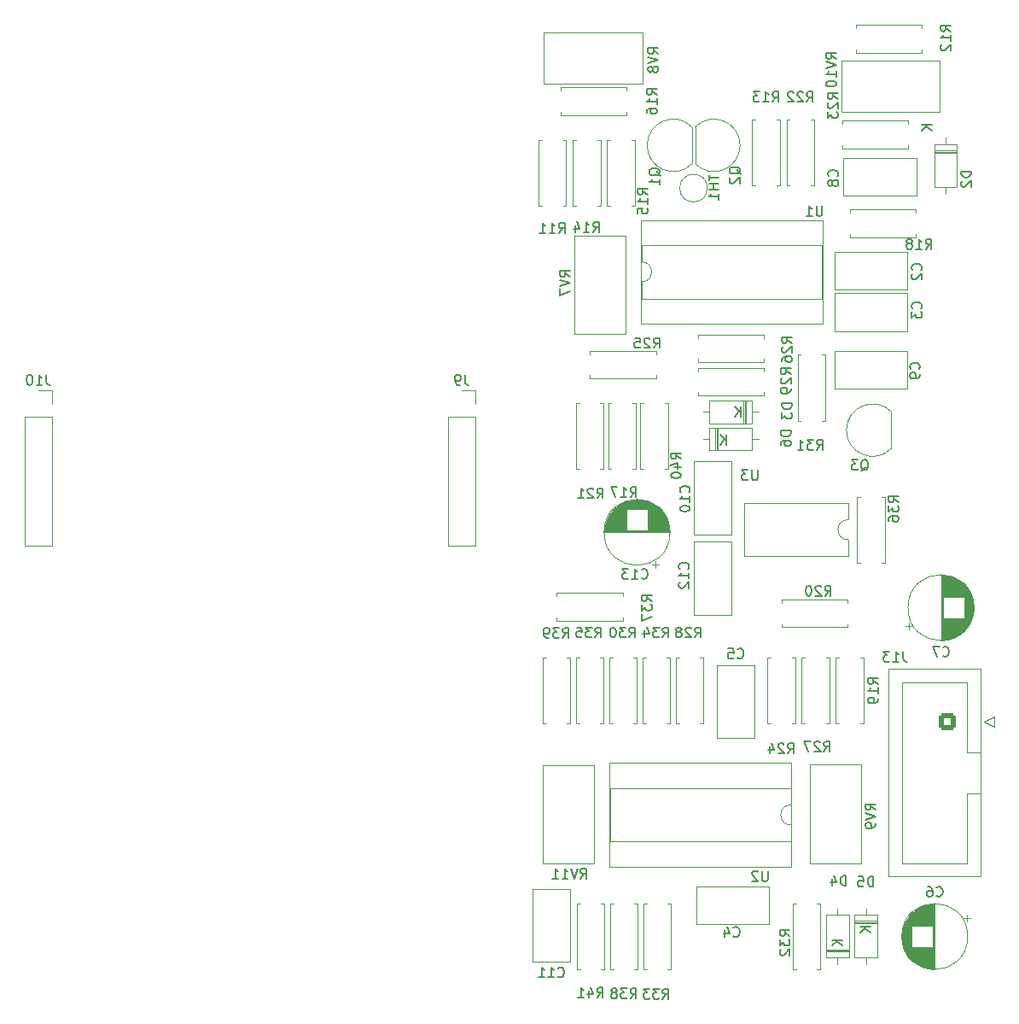
<source format=gbo>
%TF.GenerationSoftware,KiCad,Pcbnew,5.99.0-unknown-3763aca52c~129~ubuntu20.04.1*%
%TF.CreationDate,2021-06-21T22:08:16+02:00*%
%TF.ProjectId,VCO-Version-1,56434f2d-5665-4727-9369-6f6e2d312e6b,rev?*%
%TF.SameCoordinates,Original*%
%TF.FileFunction,Legend,Bot*%
%TF.FilePolarity,Positive*%
%FSLAX46Y46*%
G04 Gerber Fmt 4.6, Leading zero omitted, Abs format (unit mm)*
G04 Created by KiCad (PCBNEW 5.99.0-unknown-3763aca52c~129~ubuntu20.04.1) date 2021-06-21 22:08:16*
%MOMM*%
%LPD*%
G01*
G04 APERTURE LIST*
G04 Aperture macros list*
%AMRoundRect*
0 Rectangle with rounded corners*
0 $1 Rounding radius*
0 $2 $3 $4 $5 $6 $7 $8 $9 X,Y pos of 4 corners*
0 Add a 4 corners polygon primitive as box body*
4,1,4,$2,$3,$4,$5,$6,$7,$8,$9,$2,$3,0*
0 Add four circle primitives for the rounded corners*
1,1,$1+$1,$2,$3*
1,1,$1+$1,$4,$5*
1,1,$1+$1,$6,$7*
1,1,$1+$1,$8,$9*
0 Add four rect primitives between the rounded corners*
20,1,$1+$1,$2,$3,$4,$5,0*
20,1,$1+$1,$4,$5,$6,$7,0*
20,1,$1+$1,$6,$7,$8,$9,0*
20,1,$1+$1,$8,$9,$2,$3,0*%
G04 Aperture macros list end*
%ADD10C,0.150000*%
%ADD11C,0.120000*%
%ADD12C,2.000000*%
%ADD13O,2.720000X3.240000*%
%ADD14R,1.800000X1.800000*%
%ADD15C,1.800000*%
%ADD16O,1.700000X1.700000*%
%ADD17R,1.700000X1.700000*%
%ADD18C,1.600000*%
%ADD19O,1.600000X1.600000*%
%ADD20R,1.930000X1.830000*%
%ADD21C,2.130000*%
%ADD22C,5.500000*%
%ADD23R,1.600000X1.600000*%
%ADD24O,1.500000X1.050000*%
%ADD25R,1.500000X1.050000*%
%ADD26C,1.440000*%
%ADD27C,1.700000*%
%ADD28RoundRect,0.250000X0.600000X0.600000X-0.600000X0.600000X-0.600000X-0.600000X0.600000X-0.600000X0*%
G04 APERTURE END LIST*
D10*
X176152380Y-90811904D02*
X175152380Y-90811904D01*
X175152380Y-91050000D01*
X175200000Y-91192857D01*
X175295238Y-91288095D01*
X175390476Y-91335714D01*
X175580952Y-91383333D01*
X175723809Y-91383333D01*
X175914285Y-91335714D01*
X176009523Y-91288095D01*
X176104761Y-91192857D01*
X176152380Y-91050000D01*
X176152380Y-90811904D01*
X175152380Y-91716666D02*
X175152380Y-92335714D01*
X175533333Y-92002380D01*
X175533333Y-92145238D01*
X175580952Y-92240476D01*
X175628571Y-92288095D01*
X175723809Y-92335714D01*
X175961904Y-92335714D01*
X176057142Y-92288095D01*
X176104761Y-92240476D01*
X176152380Y-92145238D01*
X176152380Y-91859523D01*
X176104761Y-91764285D01*
X176057142Y-91716666D01*
X171061904Y-92102380D02*
X171061904Y-91102380D01*
X170490476Y-92102380D02*
X170919047Y-91530952D01*
X170490476Y-91102380D02*
X171061904Y-91673809D01*
X165857142Y-107207142D02*
X165904761Y-107159523D01*
X165952380Y-107016666D01*
X165952380Y-106921428D01*
X165904761Y-106778571D01*
X165809523Y-106683333D01*
X165714285Y-106635714D01*
X165523809Y-106588095D01*
X165380952Y-106588095D01*
X165190476Y-106635714D01*
X165095238Y-106683333D01*
X165000000Y-106778571D01*
X164952380Y-106921428D01*
X164952380Y-107016666D01*
X165000000Y-107159523D01*
X165047619Y-107207142D01*
X165952380Y-108159523D02*
X165952380Y-107588095D01*
X165952380Y-107873809D02*
X164952380Y-107873809D01*
X165095238Y-107778571D01*
X165190476Y-107683333D01*
X165238095Y-107588095D01*
X165047619Y-108540476D02*
X165000000Y-108588095D01*
X164952380Y-108683333D01*
X164952380Y-108921428D01*
X165000000Y-109016666D01*
X165047619Y-109064285D01*
X165142857Y-109111904D01*
X165238095Y-109111904D01*
X165380952Y-109064285D01*
X165952380Y-108492857D01*
X165952380Y-109111904D01*
X161242857Y-108107142D02*
X161290476Y-108154761D01*
X161433333Y-108202380D01*
X161528571Y-108202380D01*
X161671428Y-108154761D01*
X161766666Y-108059523D01*
X161814285Y-107964285D01*
X161861904Y-107773809D01*
X161861904Y-107630952D01*
X161814285Y-107440476D01*
X161766666Y-107345238D01*
X161671428Y-107250000D01*
X161528571Y-107202380D01*
X161433333Y-107202380D01*
X161290476Y-107250000D01*
X161242857Y-107297619D01*
X160290476Y-108202380D02*
X160861904Y-108202380D01*
X160576190Y-108202380D02*
X160576190Y-107202380D01*
X160671428Y-107345238D01*
X160766666Y-107440476D01*
X160861904Y-107488095D01*
X159957142Y-107202380D02*
X159338095Y-107202380D01*
X159671428Y-107583333D01*
X159528571Y-107583333D01*
X159433333Y-107630952D01*
X159385714Y-107678571D01*
X159338095Y-107773809D01*
X159338095Y-108011904D01*
X159385714Y-108107142D01*
X159433333Y-108154761D01*
X159528571Y-108202380D01*
X159814285Y-108202380D01*
X159909523Y-108154761D01*
X159957142Y-108107142D01*
X171062619Y-68084761D02*
X171015000Y-67989523D01*
X170919761Y-67894285D01*
X170776904Y-67751428D01*
X170729285Y-67656190D01*
X170729285Y-67560952D01*
X170967380Y-67608571D02*
X170919761Y-67513333D01*
X170824523Y-67418095D01*
X170634047Y-67370476D01*
X170300714Y-67370476D01*
X170110238Y-67418095D01*
X170015000Y-67513333D01*
X169967380Y-67608571D01*
X169967380Y-67799047D01*
X170015000Y-67894285D01*
X170110238Y-67989523D01*
X170300714Y-68037142D01*
X170634047Y-68037142D01*
X170824523Y-67989523D01*
X170919761Y-67894285D01*
X170967380Y-67799047D01*
X170967380Y-67608571D01*
X170062619Y-68418095D02*
X170015000Y-68465714D01*
X169967380Y-68560952D01*
X169967380Y-68799047D01*
X170015000Y-68894285D01*
X170062619Y-68941904D01*
X170157857Y-68989523D01*
X170253095Y-68989523D01*
X170395952Y-68941904D01*
X170967380Y-68370476D01*
X170967380Y-68989523D01*
X165957142Y-99607142D02*
X166004761Y-99559523D01*
X166052380Y-99416666D01*
X166052380Y-99321428D01*
X166004761Y-99178571D01*
X165909523Y-99083333D01*
X165814285Y-99035714D01*
X165623809Y-98988095D01*
X165480952Y-98988095D01*
X165290476Y-99035714D01*
X165195238Y-99083333D01*
X165100000Y-99178571D01*
X165052380Y-99321428D01*
X165052380Y-99416666D01*
X165100000Y-99559523D01*
X165147619Y-99607142D01*
X166052380Y-100559523D02*
X166052380Y-99988095D01*
X166052380Y-100273809D02*
X165052380Y-100273809D01*
X165195238Y-100178571D01*
X165290476Y-100083333D01*
X165338095Y-99988095D01*
X165052380Y-101178571D02*
X165052380Y-101273809D01*
X165100000Y-101369047D01*
X165147619Y-101416666D01*
X165242857Y-101464285D01*
X165433333Y-101511904D01*
X165671428Y-101511904D01*
X165861904Y-101464285D01*
X165957142Y-101416666D01*
X166004761Y-101369047D01*
X166052380Y-101273809D01*
X166052380Y-101178571D01*
X166004761Y-101083333D01*
X165957142Y-101035714D01*
X165861904Y-100988095D01*
X165671428Y-100940476D01*
X165433333Y-100940476D01*
X165242857Y-100988095D01*
X165147619Y-101035714D01*
X165100000Y-101083333D01*
X165052380Y-101178571D01*
X190499046Y-139607142D02*
X190546665Y-139654761D01*
X190689522Y-139702380D01*
X190784760Y-139702380D01*
X190927618Y-139654761D01*
X191022856Y-139559523D01*
X191070475Y-139464285D01*
X191118094Y-139273809D01*
X191118094Y-139130952D01*
X191070475Y-138940476D01*
X191022856Y-138845238D01*
X190927618Y-138750000D01*
X190784760Y-138702380D01*
X190689522Y-138702380D01*
X190546665Y-138750000D01*
X190499046Y-138797619D01*
X189641903Y-138702380D02*
X189832380Y-138702380D01*
X189927618Y-138750000D01*
X189975237Y-138797619D01*
X190070475Y-138940476D01*
X190118094Y-139130952D01*
X190118094Y-139511904D01*
X190070475Y-139607142D01*
X190022856Y-139654761D01*
X189927618Y-139702380D01*
X189737141Y-139702380D01*
X189641903Y-139654761D01*
X189594284Y-139607142D01*
X189546665Y-139511904D01*
X189546665Y-139273809D01*
X189594284Y-139178571D01*
X189641903Y-139130952D01*
X189737141Y-139083333D01*
X189927618Y-139083333D01*
X190022856Y-139130952D01*
X190070475Y-139178571D01*
X190118094Y-139273809D01*
X193952380Y-67811904D02*
X192952380Y-67811904D01*
X192952380Y-68050000D01*
X193000000Y-68192857D01*
X193095238Y-68288095D01*
X193190476Y-68335714D01*
X193380952Y-68383333D01*
X193523809Y-68383333D01*
X193714285Y-68335714D01*
X193809523Y-68288095D01*
X193904761Y-68192857D01*
X193952380Y-68050000D01*
X193952380Y-67811904D01*
X193047619Y-68764285D02*
X193000000Y-68811904D01*
X192952380Y-68907142D01*
X192952380Y-69145238D01*
X193000000Y-69240476D01*
X193047619Y-69288095D01*
X193142857Y-69335714D01*
X193238095Y-69335714D01*
X193380952Y-69288095D01*
X193952380Y-68716666D01*
X193952380Y-69335714D01*
X190052380Y-63178095D02*
X189052380Y-63178095D01*
X190052380Y-63749523D02*
X189480952Y-63320952D01*
X189052380Y-63749523D02*
X189623809Y-63178095D01*
X166542857Y-114002380D02*
X166876190Y-113526190D01*
X167114285Y-114002380D02*
X167114285Y-113002380D01*
X166733333Y-113002380D01*
X166638095Y-113050000D01*
X166590476Y-113097619D01*
X166542857Y-113192857D01*
X166542857Y-113335714D01*
X166590476Y-113430952D01*
X166638095Y-113478571D01*
X166733333Y-113526190D01*
X167114285Y-113526190D01*
X166161904Y-113097619D02*
X166114285Y-113050000D01*
X166019047Y-113002380D01*
X165780952Y-113002380D01*
X165685714Y-113050000D01*
X165638095Y-113097619D01*
X165590476Y-113192857D01*
X165590476Y-113288095D01*
X165638095Y-113430952D01*
X166209523Y-114002380D01*
X165590476Y-114002380D01*
X165019047Y-113430952D02*
X165114285Y-113383333D01*
X165161904Y-113335714D01*
X165209523Y-113240476D01*
X165209523Y-113192857D01*
X165161904Y-113097619D01*
X165114285Y-113050000D01*
X165019047Y-113002380D01*
X164828571Y-113002380D01*
X164733333Y-113050000D01*
X164685714Y-113097619D01*
X164638095Y-113192857D01*
X164638095Y-113240476D01*
X164685714Y-113335714D01*
X164733333Y-113383333D01*
X164828571Y-113430952D01*
X165019047Y-113430952D01*
X165114285Y-113478571D01*
X165161904Y-113526190D01*
X165209523Y-113621428D01*
X165209523Y-113811904D01*
X165161904Y-113907142D01*
X165114285Y-113954761D01*
X165019047Y-114002380D01*
X164828571Y-114002380D01*
X164733333Y-113954761D01*
X164685714Y-113907142D01*
X164638095Y-113811904D01*
X164638095Y-113621428D01*
X164685714Y-113526190D01*
X164733333Y-113478571D01*
X164828571Y-113430952D01*
X167927380Y-68134285D02*
X167927380Y-68705714D01*
X168927380Y-68420000D02*
X167927380Y-68420000D01*
X168927380Y-69039047D02*
X167927380Y-69039047D01*
X168403571Y-69039047D02*
X168403571Y-69610476D01*
X168927380Y-69610476D02*
X167927380Y-69610476D01*
X168927380Y-70610476D02*
X168927380Y-70039047D01*
X168927380Y-70324761D02*
X167927380Y-70324761D01*
X168070238Y-70229523D01*
X168165476Y-70134285D01*
X168213095Y-70039047D01*
X176152380Y-84807142D02*
X175676190Y-84473809D01*
X176152380Y-84235714D02*
X175152380Y-84235714D01*
X175152380Y-84616666D01*
X175200000Y-84711904D01*
X175247619Y-84759523D01*
X175342857Y-84807142D01*
X175485714Y-84807142D01*
X175580952Y-84759523D01*
X175628571Y-84711904D01*
X175676190Y-84616666D01*
X175676190Y-84235714D01*
X175247619Y-85188095D02*
X175200000Y-85235714D01*
X175152380Y-85330952D01*
X175152380Y-85569047D01*
X175200000Y-85664285D01*
X175247619Y-85711904D01*
X175342857Y-85759523D01*
X175438095Y-85759523D01*
X175580952Y-85711904D01*
X176152380Y-85140476D01*
X176152380Y-85759523D01*
X175152380Y-86616666D02*
X175152380Y-86426190D01*
X175200000Y-86330952D01*
X175247619Y-86283333D01*
X175390476Y-86188095D01*
X175580952Y-86140476D01*
X175961904Y-86140476D01*
X176057142Y-86188095D01*
X176104761Y-86235714D01*
X176152380Y-86330952D01*
X176152380Y-86521428D01*
X176104761Y-86616666D01*
X176057142Y-86664285D01*
X175961904Y-86711904D01*
X175723809Y-86711904D01*
X175628571Y-86664285D01*
X175580952Y-86616666D01*
X175533333Y-86521428D01*
X175533333Y-86330952D01*
X175580952Y-86235714D01*
X175628571Y-86188095D01*
X175723809Y-86140476D01*
X175952380Y-143607142D02*
X175476190Y-143273809D01*
X175952380Y-143035714D02*
X174952380Y-143035714D01*
X174952380Y-143416666D01*
X175000000Y-143511904D01*
X175047619Y-143559523D01*
X175142857Y-143607142D01*
X175285714Y-143607142D01*
X175380952Y-143559523D01*
X175428571Y-143511904D01*
X175476190Y-143416666D01*
X175476190Y-143035714D01*
X174952380Y-143940476D02*
X174952380Y-144559523D01*
X175333333Y-144226190D01*
X175333333Y-144369047D01*
X175380952Y-144464285D01*
X175428571Y-144511904D01*
X175523809Y-144559523D01*
X175761904Y-144559523D01*
X175857142Y-144511904D01*
X175904761Y-144464285D01*
X175952380Y-144369047D01*
X175952380Y-144083333D01*
X175904761Y-143988095D01*
X175857142Y-143940476D01*
X175047619Y-144940476D02*
X175000000Y-144988095D01*
X174952380Y-145083333D01*
X174952380Y-145321428D01*
X175000000Y-145416666D01*
X175047619Y-145464285D01*
X175142857Y-145511904D01*
X175238095Y-145511904D01*
X175380952Y-145464285D01*
X175952380Y-144892857D01*
X175952380Y-145511904D01*
X163342857Y-149832380D02*
X163676190Y-149356190D01*
X163914285Y-149832380D02*
X163914285Y-148832380D01*
X163533333Y-148832380D01*
X163438095Y-148880000D01*
X163390476Y-148927619D01*
X163342857Y-149022857D01*
X163342857Y-149165714D01*
X163390476Y-149260952D01*
X163438095Y-149308571D01*
X163533333Y-149356190D01*
X163914285Y-149356190D01*
X163009523Y-148832380D02*
X162390476Y-148832380D01*
X162723809Y-149213333D01*
X162580952Y-149213333D01*
X162485714Y-149260952D01*
X162438095Y-149308571D01*
X162390476Y-149403809D01*
X162390476Y-149641904D01*
X162438095Y-149737142D01*
X162485714Y-149784761D01*
X162580952Y-149832380D01*
X162866666Y-149832380D01*
X162961904Y-149784761D01*
X163009523Y-149737142D01*
X162057142Y-148832380D02*
X161438095Y-148832380D01*
X161771428Y-149213333D01*
X161628571Y-149213333D01*
X161533333Y-149260952D01*
X161485714Y-149308571D01*
X161438095Y-149403809D01*
X161438095Y-149641904D01*
X161485714Y-149737142D01*
X161533333Y-149784761D01*
X161628571Y-149832380D01*
X161914285Y-149832380D01*
X162009523Y-149784761D01*
X162057142Y-149737142D01*
X170366666Y-143607142D02*
X170414285Y-143654761D01*
X170557142Y-143702380D01*
X170652380Y-143702380D01*
X170795238Y-143654761D01*
X170890476Y-143559523D01*
X170938095Y-143464285D01*
X170985714Y-143273809D01*
X170985714Y-143130952D01*
X170938095Y-142940476D01*
X170890476Y-142845238D01*
X170795238Y-142750000D01*
X170652380Y-142702380D01*
X170557142Y-142702380D01*
X170414285Y-142750000D01*
X170366666Y-142797619D01*
X169509523Y-143035714D02*
X169509523Y-143702380D01*
X169747619Y-142654761D02*
X169985714Y-143369047D01*
X169366666Y-143369047D01*
X172761904Y-97402380D02*
X172761904Y-98211904D01*
X172714285Y-98307142D01*
X172666666Y-98354761D01*
X172571428Y-98402380D01*
X172380952Y-98402380D01*
X172285714Y-98354761D01*
X172238095Y-98307142D01*
X172190476Y-98211904D01*
X172190476Y-97402380D01*
X171809523Y-97402380D02*
X171190476Y-97402380D01*
X171523809Y-97783333D01*
X171380952Y-97783333D01*
X171285714Y-97830952D01*
X171238095Y-97878571D01*
X171190476Y-97973809D01*
X171190476Y-98211904D01*
X171238095Y-98307142D01*
X171285714Y-98354761D01*
X171380952Y-98402380D01*
X171666666Y-98402380D01*
X171761904Y-98354761D01*
X171809523Y-98307142D01*
X176052380Y-93511904D02*
X175052380Y-93511904D01*
X175052380Y-93750000D01*
X175100000Y-93892857D01*
X175195238Y-93988095D01*
X175290476Y-94035714D01*
X175480952Y-94083333D01*
X175623809Y-94083333D01*
X175814285Y-94035714D01*
X175909523Y-93988095D01*
X176004761Y-93892857D01*
X176052380Y-93750000D01*
X176052380Y-93511904D01*
X175052380Y-94940476D02*
X175052380Y-94750000D01*
X175100000Y-94654761D01*
X175147619Y-94607142D01*
X175290476Y-94511904D01*
X175480952Y-94464285D01*
X175861904Y-94464285D01*
X175957142Y-94511904D01*
X176004761Y-94559523D01*
X176052380Y-94654761D01*
X176052380Y-94845238D01*
X176004761Y-94940476D01*
X175957142Y-94988095D01*
X175861904Y-95035714D01*
X175623809Y-95035714D01*
X175528571Y-94988095D01*
X175480952Y-94940476D01*
X175433333Y-94845238D01*
X175433333Y-94654761D01*
X175480952Y-94559523D01*
X175528571Y-94511904D01*
X175623809Y-94464285D01*
X169661904Y-94902380D02*
X169661904Y-93902380D01*
X169090476Y-94902380D02*
X169519047Y-94330952D01*
X169090476Y-93902380D02*
X169661904Y-94473809D01*
X156842857Y-100202380D02*
X157176190Y-99726190D01*
X157414285Y-100202380D02*
X157414285Y-99202380D01*
X157033333Y-99202380D01*
X156938095Y-99250000D01*
X156890476Y-99297619D01*
X156842857Y-99392857D01*
X156842857Y-99535714D01*
X156890476Y-99630952D01*
X156938095Y-99678571D01*
X157033333Y-99726190D01*
X157414285Y-99726190D01*
X156461904Y-99297619D02*
X156414285Y-99250000D01*
X156319047Y-99202380D01*
X156080952Y-99202380D01*
X155985714Y-99250000D01*
X155938095Y-99297619D01*
X155890476Y-99392857D01*
X155890476Y-99488095D01*
X155938095Y-99630952D01*
X156509523Y-100202380D01*
X155890476Y-100202380D01*
X154938095Y-100202380D02*
X155509523Y-100202380D01*
X155223809Y-100202380D02*
X155223809Y-99202380D01*
X155319047Y-99345238D01*
X155414285Y-99440476D01*
X155509523Y-99488095D01*
X182995238Y-97497619D02*
X183090476Y-97450000D01*
X183185714Y-97354761D01*
X183328571Y-97211904D01*
X183423809Y-97164285D01*
X183519047Y-97164285D01*
X183471428Y-97402380D02*
X183566666Y-97354761D01*
X183661904Y-97259523D01*
X183709523Y-97069047D01*
X183709523Y-96735714D01*
X183661904Y-96545238D01*
X183566666Y-96450000D01*
X183471428Y-96402380D01*
X183280952Y-96402380D01*
X183185714Y-96450000D01*
X183090476Y-96545238D01*
X183042857Y-96735714D01*
X183042857Y-97069047D01*
X183090476Y-97259523D01*
X183185714Y-97354761D01*
X183280952Y-97402380D01*
X183471428Y-97402380D01*
X182709523Y-96402380D02*
X182090476Y-96402380D01*
X182423809Y-96783333D01*
X182280952Y-96783333D01*
X182185714Y-96830952D01*
X182138095Y-96878571D01*
X182090476Y-96973809D01*
X182090476Y-97211904D01*
X182138095Y-97307142D01*
X182185714Y-97354761D01*
X182280952Y-97402380D01*
X182566666Y-97402380D01*
X182661904Y-97354761D01*
X182709523Y-97307142D01*
X156442857Y-73802380D02*
X156776190Y-73326190D01*
X157014285Y-73802380D02*
X157014285Y-72802380D01*
X156633333Y-72802380D01*
X156538095Y-72850000D01*
X156490476Y-72897619D01*
X156442857Y-72992857D01*
X156442857Y-73135714D01*
X156490476Y-73230952D01*
X156538095Y-73278571D01*
X156633333Y-73326190D01*
X157014285Y-73326190D01*
X155490476Y-73802380D02*
X156061904Y-73802380D01*
X155776190Y-73802380D02*
X155776190Y-72802380D01*
X155871428Y-72945238D01*
X155966666Y-73040476D01*
X156061904Y-73088095D01*
X154633333Y-73135714D02*
X154633333Y-73802380D01*
X154871428Y-72754761D02*
X155109523Y-73469047D01*
X154490476Y-73469047D01*
X184722380Y-118607142D02*
X184246190Y-118273809D01*
X184722380Y-118035714D02*
X183722380Y-118035714D01*
X183722380Y-118416666D01*
X183770000Y-118511904D01*
X183817619Y-118559523D01*
X183912857Y-118607142D01*
X184055714Y-118607142D01*
X184150952Y-118559523D01*
X184198571Y-118511904D01*
X184246190Y-118416666D01*
X184246190Y-118035714D01*
X184722380Y-119559523D02*
X184722380Y-118988095D01*
X184722380Y-119273809D02*
X183722380Y-119273809D01*
X183865238Y-119178571D01*
X183960476Y-119083333D01*
X184008095Y-118988095D01*
X184722380Y-120035714D02*
X184722380Y-120226190D01*
X184674761Y-120321428D01*
X184627142Y-120369047D01*
X184484285Y-120464285D01*
X184293809Y-120511904D01*
X183912857Y-120511904D01*
X183817619Y-120464285D01*
X183770000Y-120416666D01*
X183722380Y-120321428D01*
X183722380Y-120130952D01*
X183770000Y-120035714D01*
X183817619Y-119988095D01*
X183912857Y-119940476D01*
X184150952Y-119940476D01*
X184246190Y-119988095D01*
X184293809Y-120035714D01*
X184341428Y-120130952D01*
X184341428Y-120321428D01*
X184293809Y-120416666D01*
X184246190Y-120464285D01*
X184150952Y-120511904D01*
X191927380Y-53907142D02*
X191451190Y-53573809D01*
X191927380Y-53335714D02*
X190927380Y-53335714D01*
X190927380Y-53716666D01*
X190975000Y-53811904D01*
X191022619Y-53859523D01*
X191117857Y-53907142D01*
X191260714Y-53907142D01*
X191355952Y-53859523D01*
X191403571Y-53811904D01*
X191451190Y-53716666D01*
X191451190Y-53335714D01*
X191927380Y-54859523D02*
X191927380Y-54288095D01*
X191927380Y-54573809D02*
X190927380Y-54573809D01*
X191070238Y-54478571D01*
X191165476Y-54383333D01*
X191213095Y-54288095D01*
X191022619Y-55240476D02*
X190975000Y-55288095D01*
X190927380Y-55383333D01*
X190927380Y-55621428D01*
X190975000Y-55716666D01*
X191022619Y-55764285D01*
X191117857Y-55811904D01*
X191213095Y-55811904D01*
X191355952Y-55764285D01*
X191927380Y-55192857D01*
X191927380Y-55811904D01*
X162902380Y-56154761D02*
X162426190Y-55821428D01*
X162902380Y-55583333D02*
X161902380Y-55583333D01*
X161902380Y-55964285D01*
X161950000Y-56059523D01*
X161997619Y-56107142D01*
X162092857Y-56154761D01*
X162235714Y-56154761D01*
X162330952Y-56107142D01*
X162378571Y-56059523D01*
X162426190Y-55964285D01*
X162426190Y-55583333D01*
X161902380Y-56440476D02*
X162902380Y-56773809D01*
X161902380Y-57107142D01*
X162330952Y-57583333D02*
X162283333Y-57488095D01*
X162235714Y-57440476D01*
X162140476Y-57392857D01*
X162092857Y-57392857D01*
X161997619Y-57440476D01*
X161950000Y-57488095D01*
X161902380Y-57583333D01*
X161902380Y-57773809D01*
X161950000Y-57869047D01*
X161997619Y-57916666D01*
X162092857Y-57964285D01*
X162140476Y-57964285D01*
X162235714Y-57916666D01*
X162283333Y-57869047D01*
X162330952Y-57773809D01*
X162330952Y-57583333D01*
X162378571Y-57488095D01*
X162426190Y-57440476D01*
X162521428Y-57392857D01*
X162711904Y-57392857D01*
X162807142Y-57440476D01*
X162854761Y-57488095D01*
X162902380Y-57583333D01*
X162902380Y-57773809D01*
X162854761Y-57869047D01*
X162807142Y-57916666D01*
X162711904Y-57964285D01*
X162521428Y-57964285D01*
X162426190Y-57916666D01*
X162378571Y-57869047D01*
X162330952Y-57773809D01*
X155171428Y-137902380D02*
X155504761Y-137426190D01*
X155742857Y-137902380D02*
X155742857Y-136902380D01*
X155361904Y-136902380D01*
X155266666Y-136950000D01*
X155219047Y-136997619D01*
X155171428Y-137092857D01*
X155171428Y-137235714D01*
X155219047Y-137330952D01*
X155266666Y-137378571D01*
X155361904Y-137426190D01*
X155742857Y-137426190D01*
X154885714Y-136902380D02*
X154552380Y-137902380D01*
X154219047Y-136902380D01*
X153361904Y-137902380D02*
X153933333Y-137902380D01*
X153647619Y-137902380D02*
X153647619Y-136902380D01*
X153742857Y-137045238D01*
X153838095Y-137140476D01*
X153933333Y-137188095D01*
X152409523Y-137902380D02*
X152980952Y-137902380D01*
X152695238Y-137902380D02*
X152695238Y-136902380D01*
X152790476Y-137045238D01*
X152885714Y-137140476D01*
X152980952Y-137188095D01*
X165152380Y-96307142D02*
X164676190Y-95973809D01*
X165152380Y-95735714D02*
X164152380Y-95735714D01*
X164152380Y-96116666D01*
X164200000Y-96211904D01*
X164247619Y-96259523D01*
X164342857Y-96307142D01*
X164485714Y-96307142D01*
X164580952Y-96259523D01*
X164628571Y-96211904D01*
X164676190Y-96116666D01*
X164676190Y-95735714D01*
X164485714Y-97164285D02*
X165152380Y-97164285D01*
X164104761Y-96926190D02*
X164819047Y-96688095D01*
X164819047Y-97307142D01*
X164152380Y-97878571D02*
X164152380Y-97973809D01*
X164200000Y-98069047D01*
X164247619Y-98116666D01*
X164342857Y-98164285D01*
X164533333Y-98211904D01*
X164771428Y-98211904D01*
X164961904Y-98164285D01*
X165057142Y-98116666D01*
X165104761Y-98069047D01*
X165152380Y-97973809D01*
X165152380Y-97878571D01*
X165104761Y-97783333D01*
X165057142Y-97735714D01*
X164961904Y-97688095D01*
X164771428Y-97640476D01*
X164533333Y-97640476D01*
X164342857Y-97688095D01*
X164247619Y-97735714D01*
X164200000Y-97783333D01*
X164152380Y-97878571D01*
X181538095Y-138602380D02*
X181538095Y-137602380D01*
X181300000Y-137602380D01*
X181157142Y-137650000D01*
X181061904Y-137745238D01*
X181014285Y-137840476D01*
X180966666Y-138030952D01*
X180966666Y-138173809D01*
X181014285Y-138364285D01*
X181061904Y-138459523D01*
X181157142Y-138554761D01*
X181300000Y-138602380D01*
X181538095Y-138602380D01*
X180109523Y-137935714D02*
X180109523Y-138602380D01*
X180347619Y-137554761D02*
X180585714Y-138269047D01*
X179966666Y-138269047D01*
X181152380Y-143988095D02*
X180152380Y-143988095D01*
X181152380Y-144559523D02*
X180580952Y-144130952D01*
X180152380Y-144559523D02*
X180723809Y-143988095D01*
X186752380Y-100607142D02*
X186276190Y-100273809D01*
X186752380Y-100035714D02*
X185752380Y-100035714D01*
X185752380Y-100416666D01*
X185800000Y-100511904D01*
X185847619Y-100559523D01*
X185942857Y-100607142D01*
X186085714Y-100607142D01*
X186180952Y-100559523D01*
X186228571Y-100511904D01*
X186276190Y-100416666D01*
X186276190Y-100035714D01*
X185752380Y-100940476D02*
X185752380Y-101559523D01*
X186133333Y-101226190D01*
X186133333Y-101369047D01*
X186180952Y-101464285D01*
X186228571Y-101511904D01*
X186323809Y-101559523D01*
X186561904Y-101559523D01*
X186657142Y-101511904D01*
X186704761Y-101464285D01*
X186752380Y-101369047D01*
X186752380Y-101083333D01*
X186704761Y-100988095D01*
X186657142Y-100940476D01*
X185752380Y-102416666D02*
X185752380Y-102226190D01*
X185800000Y-102130952D01*
X185847619Y-102083333D01*
X185990476Y-101988095D01*
X186180952Y-101940476D01*
X186561904Y-101940476D01*
X186657142Y-101988095D01*
X186704761Y-102035714D01*
X186752380Y-102130952D01*
X186752380Y-102321428D01*
X186704761Y-102416666D01*
X186657142Y-102464285D01*
X186561904Y-102511904D01*
X186323809Y-102511904D01*
X186228571Y-102464285D01*
X186180952Y-102416666D01*
X186133333Y-102321428D01*
X186133333Y-102130952D01*
X186180952Y-102035714D01*
X186228571Y-101988095D01*
X186323809Y-101940476D01*
X179342857Y-125302380D02*
X179676190Y-124826190D01*
X179914285Y-125302380D02*
X179914285Y-124302380D01*
X179533333Y-124302380D01*
X179438095Y-124350000D01*
X179390476Y-124397619D01*
X179342857Y-124492857D01*
X179342857Y-124635714D01*
X179390476Y-124730952D01*
X179438095Y-124778571D01*
X179533333Y-124826190D01*
X179914285Y-124826190D01*
X178961904Y-124397619D02*
X178914285Y-124350000D01*
X178819047Y-124302380D01*
X178580952Y-124302380D01*
X178485714Y-124350000D01*
X178438095Y-124397619D01*
X178390476Y-124492857D01*
X178390476Y-124588095D01*
X178438095Y-124730952D01*
X179009523Y-125302380D01*
X178390476Y-125302380D01*
X178057142Y-124302380D02*
X177390476Y-124302380D01*
X177819047Y-125302380D01*
X180657142Y-68283333D02*
X180704761Y-68235714D01*
X180752380Y-68092857D01*
X180752380Y-67997619D01*
X180704761Y-67854761D01*
X180609523Y-67759523D01*
X180514285Y-67711904D01*
X180323809Y-67664285D01*
X180180952Y-67664285D01*
X179990476Y-67711904D01*
X179895238Y-67759523D01*
X179800000Y-67854761D01*
X179752380Y-67997619D01*
X179752380Y-68092857D01*
X179800000Y-68235714D01*
X179847619Y-68283333D01*
X180180952Y-68854761D02*
X180133333Y-68759523D01*
X180085714Y-68711904D01*
X179990476Y-68664285D01*
X179942857Y-68664285D01*
X179847619Y-68711904D01*
X179800000Y-68759523D01*
X179752380Y-68854761D01*
X179752380Y-69045238D01*
X179800000Y-69140476D01*
X179847619Y-69188095D01*
X179942857Y-69235714D01*
X179990476Y-69235714D01*
X180085714Y-69188095D01*
X180133333Y-69140476D01*
X180180952Y-69045238D01*
X180180952Y-68854761D01*
X180228571Y-68759523D01*
X180276190Y-68711904D01*
X180371428Y-68664285D01*
X180561904Y-68664285D01*
X180657142Y-68711904D01*
X180704761Y-68759523D01*
X180752380Y-68854761D01*
X180752380Y-69045238D01*
X180704761Y-69140476D01*
X180657142Y-69188095D01*
X180561904Y-69235714D01*
X180371428Y-69235714D01*
X180276190Y-69188095D01*
X180228571Y-69140476D01*
X180180952Y-69045238D01*
X189442857Y-75502380D02*
X189776190Y-75026190D01*
X190014285Y-75502380D02*
X190014285Y-74502380D01*
X189633333Y-74502380D01*
X189538095Y-74550000D01*
X189490476Y-74597619D01*
X189442857Y-74692857D01*
X189442857Y-74835714D01*
X189490476Y-74930952D01*
X189538095Y-74978571D01*
X189633333Y-75026190D01*
X190014285Y-75026190D01*
X188490476Y-75502380D02*
X189061904Y-75502380D01*
X188776190Y-75502380D02*
X188776190Y-74502380D01*
X188871428Y-74645238D01*
X188966666Y-74740476D01*
X189061904Y-74788095D01*
X187919047Y-74930952D02*
X188014285Y-74883333D01*
X188061904Y-74835714D01*
X188109523Y-74740476D01*
X188109523Y-74692857D01*
X188061904Y-74597619D01*
X188014285Y-74550000D01*
X187919047Y-74502380D01*
X187728571Y-74502380D01*
X187633333Y-74550000D01*
X187585714Y-74597619D01*
X187538095Y-74692857D01*
X187538095Y-74740476D01*
X187585714Y-74835714D01*
X187633333Y-74883333D01*
X187728571Y-74930952D01*
X187919047Y-74930952D01*
X188014285Y-74978571D01*
X188061904Y-75026190D01*
X188109523Y-75121428D01*
X188109523Y-75311904D01*
X188061904Y-75407142D01*
X188014285Y-75454761D01*
X187919047Y-75502380D01*
X187728571Y-75502380D01*
X187633333Y-75454761D01*
X187585714Y-75407142D01*
X187538095Y-75311904D01*
X187538095Y-75121428D01*
X187585714Y-75026190D01*
X187633333Y-74978571D01*
X187728571Y-74930952D01*
X153042857Y-73902380D02*
X153376190Y-73426190D01*
X153614285Y-73902380D02*
X153614285Y-72902380D01*
X153233333Y-72902380D01*
X153138095Y-72950000D01*
X153090476Y-72997619D01*
X153042857Y-73092857D01*
X153042857Y-73235714D01*
X153090476Y-73330952D01*
X153138095Y-73378571D01*
X153233333Y-73426190D01*
X153614285Y-73426190D01*
X152090476Y-73902380D02*
X152661904Y-73902380D01*
X152376190Y-73902380D02*
X152376190Y-72902380D01*
X152471428Y-73045238D01*
X152566666Y-73140476D01*
X152661904Y-73188095D01*
X151138095Y-73902380D02*
X151709523Y-73902380D01*
X151423809Y-73902380D02*
X151423809Y-72902380D01*
X151519047Y-73045238D01*
X151614285Y-73140476D01*
X151709523Y-73188095D01*
X188957142Y-77583333D02*
X189004761Y-77535714D01*
X189052380Y-77392857D01*
X189052380Y-77297619D01*
X189004761Y-77154761D01*
X188909523Y-77059523D01*
X188814285Y-77011904D01*
X188623809Y-76964285D01*
X188480952Y-76964285D01*
X188290476Y-77011904D01*
X188195238Y-77059523D01*
X188100000Y-77154761D01*
X188052380Y-77297619D01*
X188052380Y-77392857D01*
X188100000Y-77535714D01*
X188147619Y-77583333D01*
X188147619Y-77964285D02*
X188100000Y-78011904D01*
X188052380Y-78107142D01*
X188052380Y-78345238D01*
X188100000Y-78440476D01*
X188147619Y-78488095D01*
X188242857Y-78535714D01*
X188338095Y-78535714D01*
X188480952Y-78488095D01*
X189052380Y-77916666D01*
X189052380Y-78535714D01*
X160027857Y-114002380D02*
X160361190Y-113526190D01*
X160599285Y-114002380D02*
X160599285Y-113002380D01*
X160218333Y-113002380D01*
X160123095Y-113050000D01*
X160075476Y-113097619D01*
X160027857Y-113192857D01*
X160027857Y-113335714D01*
X160075476Y-113430952D01*
X160123095Y-113478571D01*
X160218333Y-113526190D01*
X160599285Y-113526190D01*
X159694523Y-113002380D02*
X159075476Y-113002380D01*
X159408809Y-113383333D01*
X159265952Y-113383333D01*
X159170714Y-113430952D01*
X159123095Y-113478571D01*
X159075476Y-113573809D01*
X159075476Y-113811904D01*
X159123095Y-113907142D01*
X159170714Y-113954761D01*
X159265952Y-114002380D01*
X159551666Y-114002380D01*
X159646904Y-113954761D01*
X159694523Y-113907142D01*
X158456428Y-113002380D02*
X158361190Y-113002380D01*
X158265952Y-113050000D01*
X158218333Y-113097619D01*
X158170714Y-113192857D01*
X158123095Y-113383333D01*
X158123095Y-113621428D01*
X158170714Y-113811904D01*
X158218333Y-113907142D01*
X158265952Y-113954761D01*
X158361190Y-114002380D01*
X158456428Y-114002380D01*
X158551666Y-113954761D01*
X158599285Y-113907142D01*
X158646904Y-113811904D01*
X158694523Y-113621428D01*
X158694523Y-113383333D01*
X158646904Y-113192857D01*
X158599285Y-113097619D01*
X158551666Y-113050000D01*
X158456428Y-113002380D01*
X143733333Y-87972380D02*
X143733333Y-88686666D01*
X143780952Y-88829523D01*
X143876190Y-88924761D01*
X144019047Y-88972380D01*
X144114285Y-88972380D01*
X143209523Y-88972380D02*
X143019047Y-88972380D01*
X142923809Y-88924761D01*
X142876190Y-88877142D01*
X142780952Y-88734285D01*
X142733333Y-88543809D01*
X142733333Y-88162857D01*
X142780952Y-88067619D01*
X142828571Y-88020000D01*
X142923809Y-87972380D01*
X143114285Y-87972380D01*
X143209523Y-88020000D01*
X143257142Y-88067619D01*
X143304761Y-88162857D01*
X143304761Y-88400952D01*
X143257142Y-88496190D01*
X143209523Y-88543809D01*
X143114285Y-88591428D01*
X142923809Y-88591428D01*
X142828571Y-88543809D01*
X142780952Y-88496190D01*
X142733333Y-88400952D01*
X187191903Y-115402380D02*
X187191903Y-116116666D01*
X187239522Y-116259523D01*
X187334760Y-116354761D01*
X187477618Y-116402380D01*
X187572856Y-116402380D01*
X186191903Y-116402380D02*
X186763332Y-116402380D01*
X186477618Y-116402380D02*
X186477618Y-115402380D01*
X186572856Y-115545238D01*
X186668094Y-115640476D01*
X186763332Y-115688095D01*
X185858570Y-115402380D02*
X185239522Y-115402380D01*
X185572856Y-115783333D01*
X185429999Y-115783333D01*
X185334760Y-115830952D01*
X185287141Y-115878571D01*
X185239522Y-115973809D01*
X185239522Y-116211904D01*
X185287141Y-116307142D01*
X185334760Y-116354761D01*
X185429999Y-116402380D01*
X185715713Y-116402380D01*
X185810951Y-116354761D01*
X185858570Y-116307142D01*
X180702380Y-60607142D02*
X180226190Y-60273809D01*
X180702380Y-60035714D02*
X179702380Y-60035714D01*
X179702380Y-60416666D01*
X179750000Y-60511904D01*
X179797619Y-60559523D01*
X179892857Y-60607142D01*
X180035714Y-60607142D01*
X180130952Y-60559523D01*
X180178571Y-60511904D01*
X180226190Y-60416666D01*
X180226190Y-60035714D01*
X179797619Y-60988095D02*
X179750000Y-61035714D01*
X179702380Y-61130952D01*
X179702380Y-61369047D01*
X179750000Y-61464285D01*
X179797619Y-61511904D01*
X179892857Y-61559523D01*
X179988095Y-61559523D01*
X180130952Y-61511904D01*
X180702380Y-60940476D01*
X180702380Y-61559523D01*
X179702380Y-61892857D02*
X179702380Y-62511904D01*
X180083333Y-62178571D01*
X180083333Y-62321428D01*
X180130952Y-62416666D01*
X180178571Y-62464285D01*
X180273809Y-62511904D01*
X180511904Y-62511904D01*
X180607142Y-62464285D01*
X180654761Y-62416666D01*
X180702380Y-62321428D01*
X180702380Y-62035714D01*
X180654761Y-61940476D01*
X180607142Y-61892857D01*
X161852380Y-70107142D02*
X161376190Y-69773809D01*
X161852380Y-69535714D02*
X160852380Y-69535714D01*
X160852380Y-69916666D01*
X160900000Y-70011904D01*
X160947619Y-70059523D01*
X161042857Y-70107142D01*
X161185714Y-70107142D01*
X161280952Y-70059523D01*
X161328571Y-70011904D01*
X161376190Y-69916666D01*
X161376190Y-69535714D01*
X161852380Y-71059523D02*
X161852380Y-70488095D01*
X161852380Y-70773809D02*
X160852380Y-70773809D01*
X160995238Y-70678571D01*
X161090476Y-70583333D01*
X161138095Y-70488095D01*
X160852380Y-71964285D02*
X160852380Y-71488095D01*
X161328571Y-71440476D01*
X161280952Y-71488095D01*
X161233333Y-71583333D01*
X161233333Y-71821428D01*
X161280952Y-71916666D01*
X161328571Y-71964285D01*
X161423809Y-72011904D01*
X161661904Y-72011904D01*
X161757142Y-71964285D01*
X161804761Y-71916666D01*
X161852380Y-71821428D01*
X161852380Y-71583333D01*
X161804761Y-71488095D01*
X161757142Y-71440476D01*
X163342857Y-114002380D02*
X163676190Y-113526190D01*
X163914285Y-114002380D02*
X163914285Y-113002380D01*
X163533333Y-113002380D01*
X163438095Y-113050000D01*
X163390476Y-113097619D01*
X163342857Y-113192857D01*
X163342857Y-113335714D01*
X163390476Y-113430952D01*
X163438095Y-113478571D01*
X163533333Y-113526190D01*
X163914285Y-113526190D01*
X163009523Y-113002380D02*
X162390476Y-113002380D01*
X162723809Y-113383333D01*
X162580952Y-113383333D01*
X162485714Y-113430952D01*
X162438095Y-113478571D01*
X162390476Y-113573809D01*
X162390476Y-113811904D01*
X162438095Y-113907142D01*
X162485714Y-113954761D01*
X162580952Y-114002380D01*
X162866666Y-114002380D01*
X162961904Y-113954761D01*
X163009523Y-113907142D01*
X161533333Y-113335714D02*
X161533333Y-114002380D01*
X161771428Y-112954761D02*
X162009523Y-113669047D01*
X161390476Y-113669047D01*
X154152380Y-78254761D02*
X153676190Y-77921428D01*
X154152380Y-77683333D02*
X153152380Y-77683333D01*
X153152380Y-78064285D01*
X153200000Y-78159523D01*
X153247619Y-78207142D01*
X153342857Y-78254761D01*
X153485714Y-78254761D01*
X153580952Y-78207142D01*
X153628571Y-78159523D01*
X153676190Y-78064285D01*
X153676190Y-77683333D01*
X153152380Y-78540476D02*
X154152380Y-78873809D01*
X153152380Y-79207142D01*
X153152380Y-79445238D02*
X153152380Y-80111904D01*
X154152380Y-79683333D01*
X162252380Y-110397142D02*
X161776190Y-110063809D01*
X162252380Y-109825714D02*
X161252380Y-109825714D01*
X161252380Y-110206666D01*
X161300000Y-110301904D01*
X161347619Y-110349523D01*
X161442857Y-110397142D01*
X161585714Y-110397142D01*
X161680952Y-110349523D01*
X161728571Y-110301904D01*
X161776190Y-110206666D01*
X161776190Y-109825714D01*
X161252380Y-110730476D02*
X161252380Y-111349523D01*
X161633333Y-111016190D01*
X161633333Y-111159047D01*
X161680952Y-111254285D01*
X161728571Y-111301904D01*
X161823809Y-111349523D01*
X162061904Y-111349523D01*
X162157142Y-111301904D01*
X162204761Y-111254285D01*
X162252380Y-111159047D01*
X162252380Y-110873333D01*
X162204761Y-110778095D01*
X162157142Y-110730476D01*
X161252380Y-111682857D02*
X161252380Y-112349523D01*
X162252380Y-111920952D01*
X152942857Y-147607142D02*
X152990476Y-147654761D01*
X153133333Y-147702380D01*
X153228571Y-147702380D01*
X153371428Y-147654761D01*
X153466666Y-147559523D01*
X153514285Y-147464285D01*
X153561904Y-147273809D01*
X153561904Y-147130952D01*
X153514285Y-146940476D01*
X153466666Y-146845238D01*
X153371428Y-146750000D01*
X153228571Y-146702380D01*
X153133333Y-146702380D01*
X152990476Y-146750000D01*
X152942857Y-146797619D01*
X151990476Y-147702380D02*
X152561904Y-147702380D01*
X152276190Y-147702380D02*
X152276190Y-146702380D01*
X152371428Y-146845238D01*
X152466666Y-146940476D01*
X152561904Y-146988095D01*
X151038095Y-147702380D02*
X151609523Y-147702380D01*
X151323809Y-147702380D02*
X151323809Y-146702380D01*
X151419047Y-146845238D01*
X151514285Y-146940476D01*
X151609523Y-146988095D01*
X179161904Y-71202380D02*
X179161904Y-72011904D01*
X179114285Y-72107142D01*
X179066666Y-72154761D01*
X178971428Y-72202380D01*
X178780952Y-72202380D01*
X178685714Y-72154761D01*
X178638095Y-72107142D01*
X178590476Y-72011904D01*
X178590476Y-71202380D01*
X177590476Y-72202380D02*
X178161904Y-72202380D01*
X177876190Y-72202380D02*
X177876190Y-71202380D01*
X177971428Y-71345238D01*
X178066666Y-71440476D01*
X178161904Y-71488095D01*
X160142857Y-100102380D02*
X160476190Y-99626190D01*
X160714285Y-100102380D02*
X160714285Y-99102380D01*
X160333333Y-99102380D01*
X160238095Y-99150000D01*
X160190476Y-99197619D01*
X160142857Y-99292857D01*
X160142857Y-99435714D01*
X160190476Y-99530952D01*
X160238095Y-99578571D01*
X160333333Y-99626190D01*
X160714285Y-99626190D01*
X159190476Y-100102380D02*
X159761904Y-100102380D01*
X159476190Y-100102380D02*
X159476190Y-99102380D01*
X159571428Y-99245238D01*
X159666666Y-99340476D01*
X159761904Y-99388095D01*
X158857142Y-99102380D02*
X158190476Y-99102380D01*
X158619047Y-100102380D01*
X188757142Y-87383333D02*
X188804761Y-87335714D01*
X188852380Y-87192857D01*
X188852380Y-87097619D01*
X188804761Y-86954761D01*
X188709523Y-86859523D01*
X188614285Y-86811904D01*
X188423809Y-86764285D01*
X188280952Y-86764285D01*
X188090476Y-86811904D01*
X187995238Y-86859523D01*
X187900000Y-86954761D01*
X187852380Y-87097619D01*
X187852380Y-87192857D01*
X187900000Y-87335714D01*
X187947619Y-87383333D01*
X188852380Y-87859523D02*
X188852380Y-88050000D01*
X188804761Y-88145238D01*
X188757142Y-88192857D01*
X188614285Y-88288095D01*
X188423809Y-88335714D01*
X188042857Y-88335714D01*
X187947619Y-88288095D01*
X187900000Y-88240476D01*
X187852380Y-88145238D01*
X187852380Y-87954761D01*
X187900000Y-87859523D01*
X187947619Y-87811904D01*
X188042857Y-87764285D01*
X188280952Y-87764285D01*
X188376190Y-87811904D01*
X188423809Y-87859523D01*
X188471428Y-87954761D01*
X188471428Y-88145238D01*
X188423809Y-88240476D01*
X188376190Y-88288095D01*
X188280952Y-88335714D01*
X176052380Y-87907142D02*
X175576190Y-87573809D01*
X176052380Y-87335714D02*
X175052380Y-87335714D01*
X175052380Y-87716666D01*
X175100000Y-87811904D01*
X175147619Y-87859523D01*
X175242857Y-87907142D01*
X175385714Y-87907142D01*
X175480952Y-87859523D01*
X175528571Y-87811904D01*
X175576190Y-87716666D01*
X175576190Y-87335714D01*
X175147619Y-88288095D02*
X175100000Y-88335714D01*
X175052380Y-88430952D01*
X175052380Y-88669047D01*
X175100000Y-88764285D01*
X175147619Y-88811904D01*
X175242857Y-88859523D01*
X175338095Y-88859523D01*
X175480952Y-88811904D01*
X176052380Y-88240476D01*
X176052380Y-88859523D01*
X176052380Y-89335714D02*
X176052380Y-89526190D01*
X176004761Y-89621428D01*
X175957142Y-89669047D01*
X175814285Y-89764285D01*
X175623809Y-89811904D01*
X175242857Y-89811904D01*
X175147619Y-89764285D01*
X175100000Y-89716666D01*
X175052380Y-89621428D01*
X175052380Y-89430952D01*
X175100000Y-89335714D01*
X175147619Y-89288095D01*
X175242857Y-89240476D01*
X175480952Y-89240476D01*
X175576190Y-89288095D01*
X175623809Y-89335714D01*
X175671428Y-89430952D01*
X175671428Y-89621428D01*
X175623809Y-89716666D01*
X175576190Y-89764285D01*
X175480952Y-89811904D01*
X179442857Y-109872380D02*
X179776190Y-109396190D01*
X180014285Y-109872380D02*
X180014285Y-108872380D01*
X179633333Y-108872380D01*
X179538095Y-108920000D01*
X179490476Y-108967619D01*
X179442857Y-109062857D01*
X179442857Y-109205714D01*
X179490476Y-109300952D01*
X179538095Y-109348571D01*
X179633333Y-109396190D01*
X180014285Y-109396190D01*
X179061904Y-108967619D02*
X179014285Y-108920000D01*
X178919047Y-108872380D01*
X178680952Y-108872380D01*
X178585714Y-108920000D01*
X178538095Y-108967619D01*
X178490476Y-109062857D01*
X178490476Y-109158095D01*
X178538095Y-109300952D01*
X179109523Y-109872380D01*
X178490476Y-109872380D01*
X177871428Y-108872380D02*
X177776190Y-108872380D01*
X177680952Y-108920000D01*
X177633333Y-108967619D01*
X177585714Y-109062857D01*
X177538095Y-109253333D01*
X177538095Y-109491428D01*
X177585714Y-109681904D01*
X177633333Y-109777142D01*
X177680952Y-109824761D01*
X177776190Y-109872380D01*
X177871428Y-109872380D01*
X177966666Y-109824761D01*
X178014285Y-109777142D01*
X178061904Y-109681904D01*
X178109523Y-109491428D01*
X178109523Y-109253333D01*
X178061904Y-109062857D01*
X178014285Y-108967619D01*
X177966666Y-108920000D01*
X177871428Y-108872380D01*
X162762380Y-60207142D02*
X162286190Y-59873809D01*
X162762380Y-59635714D02*
X161762380Y-59635714D01*
X161762380Y-60016666D01*
X161810000Y-60111904D01*
X161857619Y-60159523D01*
X161952857Y-60207142D01*
X162095714Y-60207142D01*
X162190952Y-60159523D01*
X162238571Y-60111904D01*
X162286190Y-60016666D01*
X162286190Y-59635714D01*
X162762380Y-61159523D02*
X162762380Y-60588095D01*
X162762380Y-60873809D02*
X161762380Y-60873809D01*
X161905238Y-60778571D01*
X162000476Y-60683333D01*
X162048095Y-60588095D01*
X161762380Y-62016666D02*
X161762380Y-61826190D01*
X161810000Y-61730952D01*
X161857619Y-61683333D01*
X162000476Y-61588095D01*
X162190952Y-61540476D01*
X162571904Y-61540476D01*
X162667142Y-61588095D01*
X162714761Y-61635714D01*
X162762380Y-61730952D01*
X162762380Y-61921428D01*
X162714761Y-62016666D01*
X162667142Y-62064285D01*
X162571904Y-62111904D01*
X162333809Y-62111904D01*
X162238571Y-62064285D01*
X162190952Y-62016666D01*
X162143333Y-61921428D01*
X162143333Y-61730952D01*
X162190952Y-61635714D01*
X162238571Y-61588095D01*
X162333809Y-61540476D01*
X184452380Y-131104761D02*
X183976190Y-130771428D01*
X184452380Y-130533333D02*
X183452380Y-130533333D01*
X183452380Y-130914285D01*
X183500000Y-131009523D01*
X183547619Y-131057142D01*
X183642857Y-131104761D01*
X183785714Y-131104761D01*
X183880952Y-131057142D01*
X183928571Y-131009523D01*
X183976190Y-130914285D01*
X183976190Y-130533333D01*
X183452380Y-131390476D02*
X184452380Y-131723809D01*
X183452380Y-132057142D01*
X184452380Y-132438095D02*
X184452380Y-132628571D01*
X184404761Y-132723809D01*
X184357142Y-132771428D01*
X184214285Y-132866666D01*
X184023809Y-132914285D01*
X183642857Y-132914285D01*
X183547619Y-132866666D01*
X183500000Y-132819047D01*
X183452380Y-132723809D01*
X183452380Y-132533333D01*
X183500000Y-132438095D01*
X183547619Y-132390476D01*
X183642857Y-132342857D01*
X183880952Y-132342857D01*
X183976190Y-132390476D01*
X184023809Y-132438095D01*
X184071428Y-132533333D01*
X184071428Y-132723809D01*
X184023809Y-132819047D01*
X183976190Y-132866666D01*
X183880952Y-132914285D01*
X162442857Y-85302380D02*
X162776190Y-84826190D01*
X163014285Y-85302380D02*
X163014285Y-84302380D01*
X162633333Y-84302380D01*
X162538095Y-84350000D01*
X162490476Y-84397619D01*
X162442857Y-84492857D01*
X162442857Y-84635714D01*
X162490476Y-84730952D01*
X162538095Y-84778571D01*
X162633333Y-84826190D01*
X163014285Y-84826190D01*
X162061904Y-84397619D02*
X162014285Y-84350000D01*
X161919047Y-84302380D01*
X161680952Y-84302380D01*
X161585714Y-84350000D01*
X161538095Y-84397619D01*
X161490476Y-84492857D01*
X161490476Y-84588095D01*
X161538095Y-84730952D01*
X162109523Y-85302380D01*
X161490476Y-85302380D01*
X160585714Y-84302380D02*
X161061904Y-84302380D01*
X161109523Y-84778571D01*
X161061904Y-84730952D01*
X160966666Y-84683333D01*
X160728571Y-84683333D01*
X160633333Y-84730952D01*
X160585714Y-84778571D01*
X160538095Y-84873809D01*
X160538095Y-85111904D01*
X160585714Y-85207142D01*
X160633333Y-85254761D01*
X160728571Y-85302380D01*
X160966666Y-85302380D01*
X161061904Y-85254761D01*
X161109523Y-85207142D01*
X170766666Y-116007142D02*
X170814285Y-116054761D01*
X170957142Y-116102380D01*
X171052380Y-116102380D01*
X171195238Y-116054761D01*
X171290476Y-115959523D01*
X171338095Y-115864285D01*
X171385714Y-115673809D01*
X171385714Y-115530952D01*
X171338095Y-115340476D01*
X171290476Y-115245238D01*
X171195238Y-115150000D01*
X171052380Y-115102380D01*
X170957142Y-115102380D01*
X170814285Y-115150000D01*
X170766666Y-115197619D01*
X169861904Y-115102380D02*
X170338095Y-115102380D01*
X170385714Y-115578571D01*
X170338095Y-115530952D01*
X170242857Y-115483333D01*
X170004761Y-115483333D01*
X169909523Y-115530952D01*
X169861904Y-115578571D01*
X169814285Y-115673809D01*
X169814285Y-115911904D01*
X169861904Y-116007142D01*
X169909523Y-116054761D01*
X170004761Y-116102380D01*
X170242857Y-116102380D01*
X170338095Y-116054761D01*
X170385714Y-116007142D01*
X175742857Y-125502380D02*
X176076190Y-125026190D01*
X176314285Y-125502380D02*
X176314285Y-124502380D01*
X175933333Y-124502380D01*
X175838095Y-124550000D01*
X175790476Y-124597619D01*
X175742857Y-124692857D01*
X175742857Y-124835714D01*
X175790476Y-124930952D01*
X175838095Y-124978571D01*
X175933333Y-125026190D01*
X176314285Y-125026190D01*
X175361904Y-124597619D02*
X175314285Y-124550000D01*
X175219047Y-124502380D01*
X174980952Y-124502380D01*
X174885714Y-124550000D01*
X174838095Y-124597619D01*
X174790476Y-124692857D01*
X174790476Y-124788095D01*
X174838095Y-124930952D01*
X175409523Y-125502380D01*
X174790476Y-125502380D01*
X173933333Y-124835714D02*
X173933333Y-125502380D01*
X174171428Y-124454761D02*
X174409523Y-125169047D01*
X173790476Y-125169047D01*
X191116666Y-115807142D02*
X191164285Y-115854761D01*
X191307142Y-115902380D01*
X191402380Y-115902380D01*
X191545238Y-115854761D01*
X191640476Y-115759523D01*
X191688095Y-115664285D01*
X191735714Y-115473809D01*
X191735714Y-115330952D01*
X191688095Y-115140476D01*
X191640476Y-115045238D01*
X191545238Y-114950000D01*
X191402380Y-114902380D01*
X191307142Y-114902380D01*
X191164285Y-114950000D01*
X191116666Y-114997619D01*
X190783333Y-114902380D02*
X190116666Y-114902380D01*
X190545238Y-115902380D01*
X156842857Y-149702380D02*
X157176190Y-149226190D01*
X157414285Y-149702380D02*
X157414285Y-148702380D01*
X157033333Y-148702380D01*
X156938095Y-148750000D01*
X156890476Y-148797619D01*
X156842857Y-148892857D01*
X156842857Y-149035714D01*
X156890476Y-149130952D01*
X156938095Y-149178571D01*
X157033333Y-149226190D01*
X157414285Y-149226190D01*
X155985714Y-149035714D02*
X155985714Y-149702380D01*
X156223809Y-148654761D02*
X156461904Y-149369047D01*
X155842857Y-149369047D01*
X154938095Y-149702380D02*
X155509523Y-149702380D01*
X155223809Y-149702380D02*
X155223809Y-148702380D01*
X155319047Y-148845238D01*
X155414285Y-148940476D01*
X155509523Y-148988095D01*
X173761904Y-137162380D02*
X173761904Y-137971904D01*
X173714285Y-138067142D01*
X173666666Y-138114761D01*
X173571428Y-138162380D01*
X173380952Y-138162380D01*
X173285714Y-138114761D01*
X173238095Y-138067142D01*
X173190476Y-137971904D01*
X173190476Y-137162380D01*
X172761904Y-137257619D02*
X172714285Y-137210000D01*
X172619047Y-137162380D01*
X172380952Y-137162380D01*
X172285714Y-137210000D01*
X172238095Y-137257619D01*
X172190476Y-137352857D01*
X172190476Y-137448095D01*
X172238095Y-137590952D01*
X172809523Y-138162380D01*
X172190476Y-138162380D01*
X102209523Y-87972380D02*
X102209523Y-88686666D01*
X102257142Y-88829523D01*
X102352380Y-88924761D01*
X102495238Y-88972380D01*
X102590476Y-88972380D01*
X101209523Y-88972380D02*
X101780952Y-88972380D01*
X101495238Y-88972380D02*
X101495238Y-87972380D01*
X101590476Y-88115238D01*
X101685714Y-88210476D01*
X101780952Y-88258095D01*
X100590476Y-87972380D02*
X100495238Y-87972380D01*
X100400000Y-88020000D01*
X100352380Y-88067619D01*
X100304761Y-88162857D01*
X100257142Y-88353333D01*
X100257142Y-88591428D01*
X100304761Y-88781904D01*
X100352380Y-88877142D01*
X100400000Y-88924761D01*
X100495238Y-88972380D01*
X100590476Y-88972380D01*
X100685714Y-88924761D01*
X100733333Y-88877142D01*
X100780952Y-88781904D01*
X100828571Y-88591428D01*
X100828571Y-88353333D01*
X100780952Y-88162857D01*
X100733333Y-88067619D01*
X100685714Y-88020000D01*
X100590476Y-87972380D01*
X184238095Y-138702380D02*
X184238095Y-137702380D01*
X184000000Y-137702380D01*
X183857142Y-137750000D01*
X183761904Y-137845238D01*
X183714285Y-137940476D01*
X183666666Y-138130952D01*
X183666666Y-138273809D01*
X183714285Y-138464285D01*
X183761904Y-138559523D01*
X183857142Y-138654761D01*
X184000000Y-138702380D01*
X184238095Y-138702380D01*
X182761904Y-137702380D02*
X183238095Y-137702380D01*
X183285714Y-138178571D01*
X183238095Y-138130952D01*
X183142857Y-138083333D01*
X182904761Y-138083333D01*
X182809523Y-138130952D01*
X182761904Y-138178571D01*
X182714285Y-138273809D01*
X182714285Y-138511904D01*
X182761904Y-138607142D01*
X182809523Y-138654761D01*
X182904761Y-138702380D01*
X183142857Y-138702380D01*
X183238095Y-138654761D01*
X183285714Y-138607142D01*
X183952380Y-142688095D02*
X182952380Y-142688095D01*
X183952380Y-143259523D02*
X183380952Y-142830952D01*
X182952380Y-143259523D02*
X183523809Y-142688095D01*
X188957142Y-81383333D02*
X189004761Y-81335714D01*
X189052380Y-81192857D01*
X189052380Y-81097619D01*
X189004761Y-80954761D01*
X188909523Y-80859523D01*
X188814285Y-80811904D01*
X188623809Y-80764285D01*
X188480952Y-80764285D01*
X188290476Y-80811904D01*
X188195238Y-80859523D01*
X188100000Y-80954761D01*
X188052380Y-81097619D01*
X188052380Y-81192857D01*
X188100000Y-81335714D01*
X188147619Y-81383333D01*
X188052380Y-81716666D02*
X188052380Y-82335714D01*
X188433333Y-82002380D01*
X188433333Y-82145238D01*
X188480952Y-82240476D01*
X188528571Y-82288095D01*
X188623809Y-82335714D01*
X188861904Y-82335714D01*
X188957142Y-82288095D01*
X189004761Y-82240476D01*
X189052380Y-82145238D01*
X189052380Y-81859523D01*
X189004761Y-81764285D01*
X188957142Y-81716666D01*
X160142857Y-149802380D02*
X160476190Y-149326190D01*
X160714285Y-149802380D02*
X160714285Y-148802380D01*
X160333333Y-148802380D01*
X160238095Y-148850000D01*
X160190476Y-148897619D01*
X160142857Y-148992857D01*
X160142857Y-149135714D01*
X160190476Y-149230952D01*
X160238095Y-149278571D01*
X160333333Y-149326190D01*
X160714285Y-149326190D01*
X159809523Y-148802380D02*
X159190476Y-148802380D01*
X159523809Y-149183333D01*
X159380952Y-149183333D01*
X159285714Y-149230952D01*
X159238095Y-149278571D01*
X159190476Y-149373809D01*
X159190476Y-149611904D01*
X159238095Y-149707142D01*
X159285714Y-149754761D01*
X159380952Y-149802380D01*
X159666666Y-149802380D01*
X159761904Y-149754761D01*
X159809523Y-149707142D01*
X158619047Y-149230952D02*
X158714285Y-149183333D01*
X158761904Y-149135714D01*
X158809523Y-149040476D01*
X158809523Y-148992857D01*
X158761904Y-148897619D01*
X158714285Y-148850000D01*
X158619047Y-148802380D01*
X158428571Y-148802380D01*
X158333333Y-148850000D01*
X158285714Y-148897619D01*
X158238095Y-148992857D01*
X158238095Y-149040476D01*
X158285714Y-149135714D01*
X158333333Y-149183333D01*
X158428571Y-149230952D01*
X158619047Y-149230952D01*
X158714285Y-149278571D01*
X158761904Y-149326190D01*
X158809523Y-149421428D01*
X158809523Y-149611904D01*
X158761904Y-149707142D01*
X158714285Y-149754761D01*
X158619047Y-149802380D01*
X158428571Y-149802380D01*
X158333333Y-149754761D01*
X158285714Y-149707142D01*
X158238095Y-149611904D01*
X158238095Y-149421428D01*
X158285714Y-149326190D01*
X158333333Y-149278571D01*
X158428571Y-149230952D01*
X178642857Y-95402380D02*
X178976190Y-94926190D01*
X179214285Y-95402380D02*
X179214285Y-94402380D01*
X178833333Y-94402380D01*
X178738095Y-94450000D01*
X178690476Y-94497619D01*
X178642857Y-94592857D01*
X178642857Y-94735714D01*
X178690476Y-94830952D01*
X178738095Y-94878571D01*
X178833333Y-94926190D01*
X179214285Y-94926190D01*
X178309523Y-94402380D02*
X177690476Y-94402380D01*
X178023809Y-94783333D01*
X177880952Y-94783333D01*
X177785714Y-94830952D01*
X177738095Y-94878571D01*
X177690476Y-94973809D01*
X177690476Y-95211904D01*
X177738095Y-95307142D01*
X177785714Y-95354761D01*
X177880952Y-95402380D01*
X178166666Y-95402380D01*
X178261904Y-95354761D01*
X178309523Y-95307142D01*
X176738095Y-95402380D02*
X177309523Y-95402380D01*
X177023809Y-95402380D02*
X177023809Y-94402380D01*
X177119047Y-94545238D01*
X177214285Y-94640476D01*
X177309523Y-94688095D01*
X153432857Y-114052380D02*
X153766190Y-113576190D01*
X154004285Y-114052380D02*
X154004285Y-113052380D01*
X153623333Y-113052380D01*
X153528095Y-113100000D01*
X153480476Y-113147619D01*
X153432857Y-113242857D01*
X153432857Y-113385714D01*
X153480476Y-113480952D01*
X153528095Y-113528571D01*
X153623333Y-113576190D01*
X154004285Y-113576190D01*
X153099523Y-113052380D02*
X152480476Y-113052380D01*
X152813809Y-113433333D01*
X152670952Y-113433333D01*
X152575714Y-113480952D01*
X152528095Y-113528571D01*
X152480476Y-113623809D01*
X152480476Y-113861904D01*
X152528095Y-113957142D01*
X152575714Y-114004761D01*
X152670952Y-114052380D01*
X152956666Y-114052380D01*
X153051904Y-114004761D01*
X153099523Y-113957142D01*
X152004285Y-114052380D02*
X151813809Y-114052380D01*
X151718571Y-114004761D01*
X151670952Y-113957142D01*
X151575714Y-113814285D01*
X151528095Y-113623809D01*
X151528095Y-113242857D01*
X151575714Y-113147619D01*
X151623333Y-113100000D01*
X151718571Y-113052380D01*
X151909047Y-113052380D01*
X152004285Y-113100000D01*
X152051904Y-113147619D01*
X152099523Y-113242857D01*
X152099523Y-113480952D01*
X152051904Y-113576190D01*
X152004285Y-113623809D01*
X151909047Y-113671428D01*
X151718571Y-113671428D01*
X151623333Y-113623809D01*
X151575714Y-113576190D01*
X151528095Y-113480952D01*
X174242857Y-60902380D02*
X174576190Y-60426190D01*
X174814285Y-60902380D02*
X174814285Y-59902380D01*
X174433333Y-59902380D01*
X174338095Y-59950000D01*
X174290476Y-59997619D01*
X174242857Y-60092857D01*
X174242857Y-60235714D01*
X174290476Y-60330952D01*
X174338095Y-60378571D01*
X174433333Y-60426190D01*
X174814285Y-60426190D01*
X173290476Y-60902380D02*
X173861904Y-60902380D01*
X173576190Y-60902380D02*
X173576190Y-59902380D01*
X173671428Y-60045238D01*
X173766666Y-60140476D01*
X173861904Y-60188095D01*
X172957142Y-59902380D02*
X172338095Y-59902380D01*
X172671428Y-60283333D01*
X172528571Y-60283333D01*
X172433333Y-60330952D01*
X172385714Y-60378571D01*
X172338095Y-60473809D01*
X172338095Y-60711904D01*
X172385714Y-60807142D01*
X172433333Y-60854761D01*
X172528571Y-60902380D01*
X172814285Y-60902380D01*
X172909523Y-60854761D01*
X172957142Y-60807142D01*
X180552380Y-56628571D02*
X180076190Y-56295238D01*
X180552380Y-56057142D02*
X179552380Y-56057142D01*
X179552380Y-56438095D01*
X179600000Y-56533333D01*
X179647619Y-56580952D01*
X179742857Y-56628571D01*
X179885714Y-56628571D01*
X179980952Y-56580952D01*
X180028571Y-56533333D01*
X180076190Y-56438095D01*
X180076190Y-56057142D01*
X179552380Y-56914285D02*
X180552380Y-57247619D01*
X179552380Y-57580952D01*
X180552380Y-58438095D02*
X180552380Y-57866666D01*
X180552380Y-58152380D02*
X179552380Y-58152380D01*
X179695238Y-58057142D01*
X179790476Y-57961904D01*
X179838095Y-57866666D01*
X179552380Y-59057142D02*
X179552380Y-59152380D01*
X179600000Y-59247619D01*
X179647619Y-59295238D01*
X179742857Y-59342857D01*
X179933333Y-59390476D01*
X180171428Y-59390476D01*
X180361904Y-59342857D01*
X180457142Y-59295238D01*
X180504761Y-59247619D01*
X180552380Y-59152380D01*
X180552380Y-59057142D01*
X180504761Y-58961904D01*
X180457142Y-58914285D01*
X180361904Y-58866666D01*
X180171428Y-58819047D01*
X179933333Y-58819047D01*
X179742857Y-58866666D01*
X179647619Y-58914285D01*
X179600000Y-58961904D01*
X179552380Y-59057142D01*
X177642857Y-60902380D02*
X177976190Y-60426190D01*
X178214285Y-60902380D02*
X178214285Y-59902380D01*
X177833333Y-59902380D01*
X177738095Y-59950000D01*
X177690476Y-59997619D01*
X177642857Y-60092857D01*
X177642857Y-60235714D01*
X177690476Y-60330952D01*
X177738095Y-60378571D01*
X177833333Y-60426190D01*
X178214285Y-60426190D01*
X177261904Y-59997619D02*
X177214285Y-59950000D01*
X177119047Y-59902380D01*
X176880952Y-59902380D01*
X176785714Y-59950000D01*
X176738095Y-59997619D01*
X176690476Y-60092857D01*
X176690476Y-60188095D01*
X176738095Y-60330952D01*
X177309523Y-60902380D01*
X176690476Y-60902380D01*
X176309523Y-59997619D02*
X176261904Y-59950000D01*
X176166666Y-59902380D01*
X175928571Y-59902380D01*
X175833333Y-59950000D01*
X175785714Y-59997619D01*
X175738095Y-60092857D01*
X175738095Y-60188095D01*
X175785714Y-60330952D01*
X176357142Y-60902380D01*
X175738095Y-60902380D01*
X156652857Y-114002380D02*
X156986190Y-113526190D01*
X157224285Y-114002380D02*
X157224285Y-113002380D01*
X156843333Y-113002380D01*
X156748095Y-113050000D01*
X156700476Y-113097619D01*
X156652857Y-113192857D01*
X156652857Y-113335714D01*
X156700476Y-113430952D01*
X156748095Y-113478571D01*
X156843333Y-113526190D01*
X157224285Y-113526190D01*
X156319523Y-113002380D02*
X155700476Y-113002380D01*
X156033809Y-113383333D01*
X155890952Y-113383333D01*
X155795714Y-113430952D01*
X155748095Y-113478571D01*
X155700476Y-113573809D01*
X155700476Y-113811904D01*
X155748095Y-113907142D01*
X155795714Y-113954761D01*
X155890952Y-114002380D01*
X156176666Y-114002380D01*
X156271904Y-113954761D01*
X156319523Y-113907142D01*
X154795714Y-113002380D02*
X155271904Y-113002380D01*
X155319523Y-113478571D01*
X155271904Y-113430952D01*
X155176666Y-113383333D01*
X154938571Y-113383333D01*
X154843333Y-113430952D01*
X154795714Y-113478571D01*
X154748095Y-113573809D01*
X154748095Y-113811904D01*
X154795714Y-113907142D01*
X154843333Y-113954761D01*
X154938571Y-114002380D01*
X155176666Y-114002380D01*
X155271904Y-113954761D01*
X155319523Y-113907142D01*
X163102619Y-68224761D02*
X163055000Y-68129523D01*
X162959761Y-68034285D01*
X162816904Y-67891428D01*
X162769285Y-67796190D01*
X162769285Y-67700952D01*
X163007380Y-67748571D02*
X162959761Y-67653333D01*
X162864523Y-67558095D01*
X162674047Y-67510476D01*
X162340714Y-67510476D01*
X162150238Y-67558095D01*
X162055000Y-67653333D01*
X162007380Y-67748571D01*
X162007380Y-67939047D01*
X162055000Y-68034285D01*
X162150238Y-68129523D01*
X162340714Y-68177142D01*
X162674047Y-68177142D01*
X162864523Y-68129523D01*
X162959761Y-68034285D01*
X163007380Y-67939047D01*
X163007380Y-67748571D01*
X163007380Y-69129523D02*
X163007380Y-68558095D01*
X163007380Y-68843809D02*
X162007380Y-68843809D01*
X162150238Y-68748571D01*
X162245476Y-68653333D01*
X162293095Y-68558095D01*
D11*
X172220000Y-90530000D02*
X172220000Y-92770000D01*
X167980000Y-90530000D02*
X172220000Y-90530000D01*
X171500000Y-90530000D02*
X171500000Y-92770000D01*
X172220000Y-92770000D02*
X167980000Y-92770000D01*
X167330000Y-91650000D02*
X167980000Y-91650000D01*
X172870000Y-91650000D02*
X172220000Y-91650000D01*
X167980000Y-92770000D02*
X167980000Y-90530000D01*
X171620000Y-90530000D02*
X171620000Y-92770000D01*
X171380000Y-90530000D02*
X171380000Y-92770000D01*
X170170000Y-104530000D02*
X166430000Y-104530000D01*
X170170000Y-111770000D02*
X166430000Y-111770000D01*
X166430000Y-111770000D02*
X166430000Y-104530000D01*
X170170000Y-111770000D02*
X170170000Y-104530000D01*
X164070000Y-103582380D02*
G75*
G03*
X164070000Y-103582380I-3270000J0D01*
G01*
X163464000Y-101741380D02*
X161840000Y-101741380D01*
X163378000Y-101621380D02*
X161840000Y-101621380D01*
X159760000Y-102581380D02*
X157726000Y-102581380D01*
X163143000Y-101341380D02*
X161840000Y-101341380D01*
X159760000Y-102541380D02*
X157739000Y-102541380D01*
X162232000Y-100661380D02*
X159368000Y-100661380D01*
X163348000Y-101581380D02*
X161840000Y-101581380D01*
X163566000Y-101901380D02*
X161840000Y-101901380D01*
X163786000Y-102341380D02*
X161840000Y-102341380D01*
X164011000Y-103222380D02*
X161840000Y-103222380D01*
X164015000Y-103262380D02*
X161840000Y-103262380D01*
X163612000Y-101981380D02*
X161840000Y-101981380D01*
X163770000Y-102301380D02*
X161840000Y-102301380D01*
X162690000Y-100941380D02*
X158910000Y-100941380D01*
X159760000Y-101901380D02*
X158034000Y-101901380D01*
X162982000Y-101181380D02*
X158618000Y-101181380D01*
X162514000Y-100821380D02*
X159086000Y-100821380D01*
X159760000Y-101581380D02*
X158252000Y-101581380D01*
X163975000Y-102982380D02*
X161840000Y-102982380D01*
X163490000Y-101781380D02*
X161840000Y-101781380D01*
X159760000Y-101981380D02*
X157988000Y-101981380D01*
X163874000Y-102581380D02*
X161840000Y-102581380D01*
X159760000Y-102301380D02*
X157830000Y-102301380D01*
X159760000Y-102982380D02*
X157625000Y-102982380D01*
X163216000Y-101421380D02*
X161840000Y-101421380D01*
X159760000Y-102381380D02*
X157798000Y-102381380D01*
X162150000Y-100621380D02*
X159450000Y-100621380D01*
X163802000Y-102381380D02*
X161840000Y-102381380D01*
X162954000Y-106767621D02*
X162324000Y-106767621D01*
X159760000Y-102501380D02*
X157753000Y-102501380D01*
X164024000Y-103382380D02*
X157576000Y-103382380D01*
X163542000Y-101861380D02*
X161840000Y-101861380D01*
X163982000Y-103022380D02*
X161840000Y-103022380D01*
X162062000Y-100581380D02*
X159538000Y-100581380D01*
X163950000Y-102861380D02*
X161840000Y-102861380D01*
X161740000Y-100461380D02*
X159860000Y-100461380D01*
X163516000Y-101821380D02*
X161840000Y-101821380D01*
X163436000Y-101701380D02*
X161840000Y-101701380D01*
X159760000Y-101301380D02*
X158495000Y-101301380D01*
X162576000Y-100861380D02*
X159024000Y-100861380D01*
X163105000Y-101301380D02*
X161840000Y-101301380D01*
X161859000Y-100501380D02*
X159741000Y-100501380D01*
X163284000Y-101501380D02*
X161840000Y-101501380D01*
X159760000Y-103182380D02*
X157594000Y-103182380D01*
X163886000Y-102621380D02*
X161840000Y-102621380D01*
X159760000Y-102021380D02*
X157966000Y-102021380D01*
X163818000Y-102421380D02*
X161840000Y-102421380D01*
X162381000Y-100741380D02*
X159219000Y-100741380D01*
X162450000Y-100781380D02*
X159150000Y-100781380D01*
X162634000Y-100901380D02*
X158966000Y-100901380D01*
X159760000Y-101421380D02*
X158384000Y-101421380D01*
X164006000Y-103182380D02*
X161840000Y-103182380D01*
X164030000Y-103582380D02*
X157570000Y-103582380D01*
X159760000Y-102221380D02*
X157866000Y-102221380D01*
X159760000Y-101741380D02*
X158136000Y-101741380D01*
X162309000Y-100701380D02*
X159291000Y-100701380D01*
X159760000Y-103222380D02*
X157589000Y-103222380D01*
X163752000Y-102261380D02*
X161840000Y-102261380D01*
X159760000Y-101861380D02*
X158058000Y-101861380D01*
X161965000Y-100541380D02*
X159635000Y-100541380D01*
X159760000Y-103062380D02*
X157611000Y-103062380D01*
X162892000Y-101101380D02*
X158708000Y-101101380D01*
X159760000Y-103142380D02*
X157599000Y-103142380D01*
X164028000Y-103462380D02*
X157572000Y-103462380D01*
X159760000Y-101941380D02*
X158010000Y-101941380D01*
X163716000Y-102181380D02*
X161840000Y-102181380D01*
X159760000Y-103302380D02*
X157582000Y-103302380D01*
X161602000Y-100421380D02*
X159998000Y-100421380D01*
X164027000Y-103422380D02*
X157573000Y-103422380D01*
X163921000Y-102741380D02*
X161840000Y-102741380D01*
X159760000Y-101341380D02*
X158457000Y-101341380D01*
X159760000Y-102821380D02*
X157659000Y-102821380D01*
X159760000Y-102781380D02*
X157669000Y-102781380D01*
X163316000Y-101541380D02*
X161840000Y-101541380D01*
X163898000Y-102661380D02*
X161840000Y-102661380D01*
X163989000Y-103062380D02*
X161840000Y-103062380D01*
X163941000Y-102821380D02*
X161840000Y-102821380D01*
X159760000Y-102621380D02*
X157714000Y-102621380D01*
X164030000Y-103502380D02*
X157570000Y-103502380D01*
X163634000Y-102021380D02*
X161840000Y-102021380D01*
X159760000Y-102661380D02*
X157702000Y-102661380D01*
X159760000Y-102101380D02*
X157924000Y-102101380D01*
X159760000Y-102861380D02*
X157650000Y-102861380D01*
X159760000Y-102741380D02*
X157679000Y-102741380D01*
X159760000Y-103342380D02*
X157578000Y-103342380D01*
X163250000Y-101461380D02*
X161840000Y-101461380D01*
X161202000Y-100341380D02*
X160398000Y-100341380D01*
X159760000Y-102461380D02*
X157767000Y-102461380D01*
X162744000Y-100981380D02*
X158856000Y-100981380D01*
X159760000Y-102902380D02*
X157641000Y-102902380D01*
X159760000Y-102701380D02*
X157690000Y-102701380D01*
X159760000Y-103262380D02*
X157585000Y-103262380D01*
X159760000Y-102942380D02*
X157633000Y-102942380D01*
X163696000Y-102141380D02*
X161840000Y-102141380D01*
X163407000Y-101661380D02*
X161840000Y-101661380D01*
X164030000Y-103542380D02*
X157570000Y-103542380D01*
X163847000Y-102501380D02*
X161840000Y-102501380D01*
X159760000Y-101501380D02*
X158316000Y-101501380D01*
X164018000Y-103302380D02*
X161840000Y-103302380D01*
X159760000Y-102141380D02*
X157904000Y-102141380D01*
X163065000Y-101261380D02*
X158535000Y-101261380D01*
X159760000Y-101661380D02*
X158193000Y-101661380D01*
X163959000Y-102902380D02*
X161840000Y-102902380D01*
X162795000Y-101021380D02*
X158805000Y-101021380D01*
X161433000Y-100381380D02*
X160167000Y-100381380D01*
X159760000Y-101461380D02*
X158350000Y-101461380D01*
X163734000Y-102221380D02*
X161840000Y-102221380D01*
X163967000Y-102942380D02*
X161840000Y-102942380D01*
X162844000Y-101061380D02*
X158756000Y-101061380D01*
X159760000Y-102061380D02*
X157944000Y-102061380D01*
X164001000Y-103142380D02*
X161840000Y-103142380D01*
X159760000Y-102421380D02*
X157782000Y-102421380D01*
X163656000Y-102061380D02*
X161840000Y-102061380D01*
X159760000Y-101701380D02*
X158164000Y-101701380D01*
X159760000Y-102261380D02*
X157848000Y-102261380D01*
X163995000Y-103102380D02*
X161840000Y-103102380D01*
X159760000Y-102341380D02*
X157814000Y-102341380D01*
X159760000Y-101541380D02*
X158284000Y-101541380D01*
X163676000Y-102101380D02*
X161840000Y-102101380D01*
X163024000Y-101221380D02*
X158576000Y-101221380D01*
X164022000Y-103342380D02*
X161840000Y-103342380D01*
X159760000Y-101821380D02*
X158084000Y-101821380D01*
X159760000Y-102181380D02*
X157884000Y-102181380D01*
X159760000Y-101781380D02*
X158110000Y-101781380D01*
X163180000Y-101381380D02*
X161840000Y-101381380D01*
X163910000Y-102701380D02*
X161840000Y-102701380D01*
X159760000Y-101621380D02*
X158222000Y-101621380D01*
X163861000Y-102541380D02*
X161840000Y-102541380D01*
X162937000Y-101141380D02*
X158663000Y-101141380D01*
X159760000Y-103102380D02*
X157605000Y-103102380D01*
X162639000Y-107082621D02*
X162639000Y-106452621D01*
X163590000Y-101941380D02*
X161840000Y-101941380D01*
X159760000Y-101381380D02*
X158420000Y-101381380D01*
X159760000Y-103022380D02*
X157618000Y-103022380D01*
X163833000Y-102461380D02*
X161840000Y-102461380D01*
X163931000Y-102781380D02*
X161840000Y-102781380D01*
X166586522Y-63381522D02*
G75*
G02*
X171025000Y-65220000I1838478J-1838478D01*
G01*
X166586522Y-67058478D02*
G75*
G03*
X171025000Y-65220000I1838478J1838478D01*
G01*
X166575000Y-67020000D02*
X166575000Y-63420000D01*
X166430000Y-96530000D02*
X166430000Y-103770000D01*
X166430000Y-96530000D02*
X170170000Y-96530000D01*
X170170000Y-96530000D02*
X170170000Y-103770000D01*
X166430000Y-103770000D02*
X170170000Y-103770000D01*
X193602380Y-143650000D02*
G75*
G03*
X193602380Y-143650000I-3270000J0D01*
G01*
X190012380Y-144690000D02*
X190012380Y-146865000D01*
X189171380Y-140632000D02*
X189171380Y-142610000D01*
X190132380Y-140426000D02*
X190132380Y-146874000D01*
X189732380Y-144690000D02*
X189732380Y-146825000D01*
X188571380Y-144690000D02*
X188571380Y-146366000D01*
X187571380Y-141936000D02*
X187571380Y-145364000D01*
X188411380Y-141043000D02*
X188411380Y-142610000D01*
X187691380Y-141760000D02*
X187691380Y-145540000D01*
X189331380Y-144690000D02*
X189331380Y-146724000D01*
X189972380Y-144690000D02*
X189972380Y-146861000D01*
X187331380Y-142388000D02*
X187331380Y-144912000D01*
X188491380Y-144690000D02*
X188491380Y-146314000D01*
X193517621Y-141496000D02*
X193517621Y-142126000D01*
X188331380Y-144690000D02*
X188331380Y-146198000D01*
X189411380Y-140552000D02*
X189411380Y-142610000D01*
X189812380Y-140461000D02*
X189812380Y-142610000D01*
X188771380Y-144690000D02*
X188771380Y-146484000D01*
X189652380Y-140491000D02*
X189652380Y-142610000D01*
X189772380Y-140468000D02*
X189772380Y-142610000D01*
X188531380Y-140960000D02*
X188531380Y-142610000D01*
X188851380Y-144690000D02*
X188851380Y-146526000D01*
X190292380Y-140420000D02*
X190292380Y-146880000D01*
X188291380Y-144690000D02*
X188291380Y-146166000D01*
X190092380Y-144690000D02*
X190092380Y-146872000D01*
X188691380Y-144690000D02*
X188691380Y-146440000D01*
X188611380Y-144690000D02*
X188611380Y-146392000D01*
X189692380Y-144690000D02*
X189692380Y-146817000D01*
X189852380Y-144690000D02*
X189852380Y-146845000D01*
X187491380Y-142069000D02*
X187491380Y-145231000D01*
X188611380Y-140908000D02*
X188611380Y-142610000D01*
X189852380Y-140455000D02*
X189852380Y-142610000D01*
X190172380Y-140423000D02*
X190172380Y-146877000D01*
X189892380Y-140449000D02*
X189892380Y-142610000D01*
X187731380Y-141706000D02*
X187731380Y-145594000D01*
X189451380Y-140540000D02*
X189451380Y-142610000D01*
X189371380Y-144690000D02*
X189371380Y-146736000D01*
X187851380Y-141558000D02*
X187851380Y-145742000D01*
X188411380Y-144690000D02*
X188411380Y-146257000D01*
X188971380Y-140716000D02*
X188971380Y-142610000D01*
X187811380Y-141606000D02*
X187811380Y-145694000D01*
X189371380Y-140564000D02*
X189371380Y-142610000D01*
X189571380Y-144690000D02*
X189571380Y-146791000D01*
X189772380Y-144690000D02*
X189772380Y-146832000D01*
X188531380Y-144690000D02*
X188531380Y-146340000D01*
X189611380Y-144690000D02*
X189611380Y-146800000D01*
X189692380Y-140483000D02*
X189692380Y-142610000D01*
X189131380Y-144690000D02*
X189131380Y-146652000D01*
X188171380Y-144690000D02*
X188171380Y-146066000D01*
X189571380Y-140509000D02*
X189571380Y-142610000D01*
X187091380Y-143248000D02*
X187091380Y-144052000D01*
X188171380Y-141234000D02*
X188171380Y-142610000D01*
X189171380Y-144690000D02*
X189171380Y-146668000D01*
X189491380Y-144690000D02*
X189491380Y-146771000D01*
X189652380Y-144690000D02*
X189652380Y-146809000D01*
X188891380Y-144690000D02*
X188891380Y-146546000D01*
X187211380Y-142710000D02*
X187211380Y-144590000D01*
X188091380Y-144690000D02*
X188091380Y-145993000D01*
X188651380Y-140884000D02*
X188651380Y-142610000D01*
X187771380Y-141655000D02*
X187771380Y-145645000D01*
X189331380Y-140576000D02*
X189331380Y-142610000D01*
X187611380Y-141874000D02*
X187611380Y-145426000D01*
X189732380Y-140475000D02*
X189732380Y-142610000D01*
X189051380Y-144690000D02*
X189051380Y-146620000D01*
X188771380Y-140816000D02*
X188771380Y-142610000D01*
X188931380Y-140734000D02*
X188931380Y-142610000D01*
X188451380Y-141014000D02*
X188451380Y-142610000D01*
X190012380Y-140435000D02*
X190012380Y-142610000D01*
X189451380Y-144690000D02*
X189451380Y-146760000D01*
X189531380Y-140519000D02*
X189531380Y-142610000D01*
X188731380Y-140838000D02*
X188731380Y-142610000D01*
X189251380Y-140603000D02*
X189251380Y-142610000D01*
X187131380Y-143017000D02*
X187131380Y-144283000D01*
X187971380Y-141426000D02*
X187971380Y-145874000D01*
X189091380Y-140664000D02*
X189091380Y-142610000D01*
X188091380Y-141307000D02*
X188091380Y-142610000D01*
X189812380Y-144690000D02*
X189812380Y-146839000D01*
X189011380Y-140698000D02*
X189011380Y-142610000D01*
X188371380Y-144690000D02*
X188371380Y-146228000D01*
X188131380Y-144690000D02*
X188131380Y-146030000D01*
X189251380Y-144690000D02*
X189251380Y-146697000D01*
X189491380Y-140529000D02*
X189491380Y-142610000D01*
X188731380Y-144690000D02*
X188731380Y-146462000D01*
X189211380Y-140617000D02*
X189211380Y-142610000D01*
X188251380Y-141166000D02*
X188251380Y-142610000D01*
X188931380Y-144690000D02*
X188931380Y-146566000D01*
X188211380Y-141200000D02*
X188211380Y-142610000D01*
X187171380Y-142848000D02*
X187171380Y-144452000D01*
X188451380Y-144690000D02*
X188451380Y-146286000D01*
X188971380Y-144690000D02*
X188971380Y-146584000D01*
X190252380Y-140420000D02*
X190252380Y-146880000D01*
X188371380Y-141072000D02*
X188371380Y-142610000D01*
X188571380Y-140934000D02*
X188571380Y-142610000D01*
X189892380Y-144690000D02*
X189892380Y-146851000D01*
X189972380Y-140439000D02*
X189972380Y-142610000D01*
X189932380Y-144690000D02*
X189932380Y-146856000D01*
X188131380Y-141270000D02*
X188131380Y-142610000D01*
X187651380Y-141816000D02*
X187651380Y-145484000D01*
X187251380Y-142591000D02*
X187251380Y-144709000D01*
X189411380Y-144690000D02*
X189411380Y-146748000D01*
X189051380Y-140680000D02*
X189051380Y-142610000D01*
X189611380Y-140500000D02*
X189611380Y-142610000D01*
X188051380Y-141345000D02*
X188051380Y-142610000D01*
X188891380Y-140754000D02*
X188891380Y-142610000D01*
X188011380Y-141385000D02*
X188011380Y-145915000D01*
X188251380Y-144690000D02*
X188251380Y-146134000D01*
X190052380Y-140432000D02*
X190052380Y-142610000D01*
X189932380Y-140444000D02*
X189932380Y-142610000D01*
X188331380Y-141102000D02*
X188331380Y-142610000D01*
X187931380Y-141468000D02*
X187931380Y-145832000D01*
X189131380Y-140648000D02*
X189131380Y-142610000D01*
X189091380Y-144690000D02*
X189091380Y-146636000D01*
X189291380Y-144690000D02*
X189291380Y-146711000D01*
X188051380Y-144690000D02*
X188051380Y-145955000D01*
X187891380Y-141513000D02*
X187891380Y-145787000D01*
X187411380Y-142218000D02*
X187411380Y-145082000D01*
X189291380Y-140589000D02*
X189291380Y-142610000D01*
X187451380Y-142141000D02*
X187451380Y-145159000D01*
X188651380Y-144690000D02*
X188651380Y-146416000D01*
X188811380Y-144690000D02*
X188811380Y-146506000D01*
X188491380Y-140986000D02*
X188491380Y-142610000D01*
X187531380Y-142000000D02*
X187531380Y-145300000D01*
X193832621Y-141811000D02*
X193202621Y-141811000D01*
X188851380Y-140774000D02*
X188851380Y-142610000D01*
X187371380Y-142300000D02*
X187371380Y-145000000D01*
X188691380Y-140860000D02*
X188691380Y-142610000D01*
X189011380Y-144690000D02*
X189011380Y-146602000D01*
X190332380Y-140420000D02*
X190332380Y-146880000D01*
X189211380Y-144690000D02*
X189211380Y-146683000D01*
X190092380Y-140428000D02*
X190092380Y-142610000D01*
X188811380Y-140794000D02*
X188811380Y-142610000D01*
X188211380Y-144690000D02*
X188211380Y-146100000D01*
X189531380Y-144690000D02*
X189531380Y-146781000D01*
X187291380Y-142485000D02*
X187291380Y-144815000D01*
X190052380Y-144690000D02*
X190052380Y-146868000D01*
X190212380Y-140422000D02*
X190212380Y-146878000D01*
X188291380Y-141134000D02*
X188291380Y-142610000D01*
X190280000Y-65970000D02*
X192520000Y-65970000D01*
X191400000Y-70020000D02*
X191400000Y-69370000D01*
X192520000Y-69370000D02*
X190280000Y-69370000D01*
X190280000Y-65850000D02*
X192520000Y-65850000D01*
X190280000Y-65730000D02*
X192520000Y-65730000D01*
X190280000Y-65130000D02*
X192520000Y-65130000D01*
X190280000Y-69370000D02*
X190280000Y-65130000D01*
X191400000Y-64480000D02*
X191400000Y-65130000D01*
X192520000Y-65130000D02*
X192520000Y-69370000D01*
X167370000Y-122520000D02*
X167040000Y-122520000D01*
X164630000Y-122520000D02*
X164960000Y-122520000D01*
X167040000Y-115980000D02*
X167370000Y-115980000D01*
X167370000Y-115980000D02*
X167370000Y-122520000D01*
X164960000Y-115980000D02*
X164630000Y-115980000D01*
X164630000Y-115980000D02*
X164630000Y-122520000D01*
X167775000Y-69460000D02*
G75*
G03*
X167775000Y-69460000I-1370000J0D01*
G01*
X165035000Y-69460000D02*
X164965000Y-69460000D01*
X173370000Y-83980000D02*
X166830000Y-83980000D01*
X173370000Y-84310000D02*
X173370000Y-83980000D01*
X173370000Y-86390000D02*
X173370000Y-86720000D01*
X166830000Y-86720000D02*
X166830000Y-86390000D01*
X173370000Y-86720000D02*
X166830000Y-86720000D01*
X166830000Y-83980000D02*
X166830000Y-84310000D01*
X178640000Y-140370000D02*
X178970000Y-140370000D01*
X176230000Y-146910000D02*
X176560000Y-146910000D01*
X178970000Y-146910000D02*
X178640000Y-146910000D01*
X176230000Y-140370000D02*
X176230000Y-146910000D01*
X178970000Y-140370000D02*
X178970000Y-146910000D01*
X176560000Y-140370000D02*
X176230000Y-140370000D01*
X161430000Y-146920000D02*
X161760000Y-146920000D01*
X164170000Y-140380000D02*
X164170000Y-146920000D01*
X161760000Y-140380000D02*
X161430000Y-140380000D01*
X164170000Y-146920000D02*
X163840000Y-146920000D01*
X161430000Y-140380000D02*
X161430000Y-146920000D01*
X163840000Y-140380000D02*
X164170000Y-140380000D01*
X173920000Y-142420000D02*
X173920000Y-138680000D01*
X166680000Y-142420000D02*
X166680000Y-138680000D01*
X166680000Y-138680000D02*
X173920000Y-138680000D01*
X166680000Y-142420000D02*
X173920000Y-142420000D01*
X181730000Y-102320000D02*
G75*
G03*
X181730000Y-104320000I0J-1000000D01*
G01*
X171450000Y-100670000D02*
X181730000Y-100670000D01*
X181730000Y-104320000D02*
X181730000Y-105970000D01*
X181730000Y-105970000D02*
X171450000Y-105970000D01*
X171450000Y-105970000D02*
X171450000Y-100670000D01*
X181730000Y-100670000D02*
X181730000Y-102320000D01*
X168700000Y-95470000D02*
X168700000Y-93230000D01*
X172220000Y-93230000D02*
X172220000Y-95470000D01*
X172870000Y-94350000D02*
X172220000Y-94350000D01*
X167980000Y-95470000D02*
X167980000Y-93230000D01*
X168580000Y-95470000D02*
X168580000Y-93230000D01*
X172220000Y-95470000D02*
X167980000Y-95470000D01*
X168820000Y-95470000D02*
X168820000Y-93230000D01*
X167980000Y-93230000D02*
X172220000Y-93230000D01*
X167330000Y-94350000D02*
X167980000Y-94350000D01*
X154730000Y-90780000D02*
X155060000Y-90780000D01*
X154730000Y-97320000D02*
X154730000Y-90780000D01*
X157140000Y-97320000D02*
X157470000Y-97320000D01*
X157470000Y-90780000D02*
X157140000Y-90780000D01*
X155060000Y-97320000D02*
X154730000Y-97320000D01*
X157470000Y-97320000D02*
X157470000Y-90780000D01*
X186010978Y-95288478D02*
G75*
G02*
X181572500Y-93450000I-1838478J1838478D01*
G01*
X186010978Y-91611522D02*
G75*
G03*
X181572500Y-93450000I-1838478J-1838478D01*
G01*
X186022500Y-91650000D02*
X186022500Y-95250000D01*
X157170000Y-71220000D02*
X157170000Y-64680000D01*
X154430000Y-71220000D02*
X154430000Y-64680000D01*
X154760000Y-71220000D02*
X154430000Y-71220000D01*
X156840000Y-71220000D02*
X157170000Y-71220000D01*
X154430000Y-64680000D02*
X154760000Y-64680000D01*
X157170000Y-64680000D02*
X156840000Y-64680000D01*
X180530000Y-115980000D02*
X180860000Y-115980000D01*
X183270000Y-122520000D02*
X183270000Y-115980000D01*
X183270000Y-115980000D02*
X182940000Y-115980000D01*
X182940000Y-122520000D02*
X183270000Y-122520000D01*
X180860000Y-122520000D02*
X180530000Y-122520000D01*
X180530000Y-122520000D02*
X180530000Y-115980000D01*
X189060000Y-53610000D02*
X189060000Y-53280000D01*
X189060000Y-55690000D02*
X189060000Y-56020000D01*
X189060000Y-53280000D02*
X182520000Y-53280000D01*
X182520000Y-56020000D02*
X182520000Y-55690000D01*
X182520000Y-53280000D02*
X182520000Y-53610000D01*
X189060000Y-56020000D02*
X182520000Y-56020000D01*
X161325000Y-59090000D02*
X151555000Y-59090000D01*
X151555000Y-54020000D02*
X151555000Y-59090000D01*
X161325000Y-54020000D02*
X151555000Y-54020000D01*
X161325000Y-54020000D02*
X161325000Y-59090000D01*
X156530000Y-126655000D02*
X151460000Y-126655000D01*
X151460000Y-136425000D02*
X151460000Y-126655000D01*
X156530000Y-136425000D02*
X151460000Y-136425000D01*
X156530000Y-136425000D02*
X156530000Y-126655000D01*
X161130000Y-97320000D02*
X161460000Y-97320000D01*
X161130000Y-90780000D02*
X161130000Y-97320000D01*
X163870000Y-90780000D02*
X163870000Y-97320000D01*
X163540000Y-90780000D02*
X163870000Y-90780000D01*
X161460000Y-90780000D02*
X161130000Y-90780000D01*
X163870000Y-97320000D02*
X163540000Y-97320000D01*
X181820000Y-141520000D02*
X181820000Y-145760000D01*
X179580000Y-141520000D02*
X181820000Y-141520000D01*
X180700000Y-146410000D02*
X180700000Y-145760000D01*
X181820000Y-145760000D02*
X179580000Y-145760000D01*
X181820000Y-144920000D02*
X179580000Y-144920000D01*
X181820000Y-145160000D02*
X179580000Y-145160000D01*
X179580000Y-145760000D02*
X179580000Y-141520000D01*
X180700000Y-140870000D02*
X180700000Y-141520000D01*
X181820000Y-145040000D02*
X179580000Y-145040000D01*
X185370000Y-106620000D02*
X185040000Y-106620000D01*
X185370000Y-100080000D02*
X185370000Y-106620000D01*
X182960000Y-100080000D02*
X182630000Y-100080000D01*
X185040000Y-100080000D02*
X185370000Y-100080000D01*
X182630000Y-106620000D02*
X182960000Y-106620000D01*
X182630000Y-100080000D02*
X182630000Y-106620000D01*
X177130000Y-122520000D02*
X177460000Y-122520000D01*
X179870000Y-115980000D02*
X179870000Y-122520000D01*
X177130000Y-115980000D02*
X177130000Y-122520000D01*
X179870000Y-122520000D02*
X179540000Y-122520000D01*
X179540000Y-115980000D02*
X179870000Y-115980000D01*
X177460000Y-115980000D02*
X177130000Y-115980000D01*
X181280000Y-70220000D02*
X188520000Y-70220000D01*
X188520000Y-70220000D02*
X188520000Y-66480000D01*
X181280000Y-66480000D02*
X188520000Y-66480000D01*
X181280000Y-70220000D02*
X181280000Y-66480000D01*
X181930000Y-73990000D02*
X181930000Y-74320000D01*
X188470000Y-71580000D02*
X188470000Y-71910000D01*
X181930000Y-71580000D02*
X188470000Y-71580000D01*
X181930000Y-74320000D02*
X188470000Y-74320000D01*
X181930000Y-71910000D02*
X181930000Y-71580000D01*
X188470000Y-74320000D02*
X188470000Y-73990000D01*
X153440000Y-64690000D02*
X153770000Y-64690000D01*
X151030000Y-64690000D02*
X151030000Y-71230000D01*
X151360000Y-64690000D02*
X151030000Y-64690000D01*
X151030000Y-71230000D02*
X151360000Y-71230000D01*
X153770000Y-64690000D02*
X153770000Y-71230000D01*
X153770000Y-71230000D02*
X153440000Y-71230000D01*
X187620000Y-79520000D02*
X187620000Y-75780000D01*
X180380000Y-75780000D02*
X187620000Y-75780000D01*
X180380000Y-79520000D02*
X180380000Y-75780000D01*
X180380000Y-79520000D02*
X187620000Y-79520000D01*
X158030000Y-122520000D02*
X158030000Y-115980000D01*
X160440000Y-122520000D02*
X160770000Y-122520000D01*
X158030000Y-115980000D02*
X158360000Y-115980000D01*
X160770000Y-115980000D02*
X160440000Y-115980000D01*
X158360000Y-122520000D02*
X158030000Y-122520000D01*
X160770000Y-122520000D02*
X160770000Y-115980000D01*
X144730000Y-104880000D02*
X142070000Y-104880000D01*
X144730000Y-89520000D02*
X143400000Y-89520000D01*
X144730000Y-92120000D02*
X144730000Y-104880000D01*
X142070000Y-92120000D02*
X142070000Y-104880000D01*
X144730000Y-90850000D02*
X144730000Y-89520000D01*
X144730000Y-92120000D02*
X142070000Y-92120000D01*
X187062380Y-136420000D02*
X193562380Y-136420000D01*
X196262380Y-121850000D02*
X196262380Y-122850000D01*
X185752380Y-117140000D02*
X185752380Y-137720000D01*
X193562380Y-129480000D02*
X193562380Y-129480000D01*
X195262380Y-122350000D02*
X196262380Y-121850000D01*
X193562380Y-118440000D02*
X187062380Y-118440000D01*
X193562380Y-129480000D02*
X194872380Y-129480000D01*
X194872380Y-125380000D02*
X193562380Y-125380000D01*
X194872380Y-117140000D02*
X185752380Y-117140000D01*
X193562380Y-136420000D02*
X193562380Y-129480000D01*
X187062380Y-118440000D02*
X187062380Y-136420000D01*
X194872380Y-137720000D02*
X194872380Y-117140000D01*
X193562380Y-125380000D02*
X193562380Y-118440000D01*
X196262380Y-122850000D02*
X195262380Y-122350000D01*
X185752380Y-137720000D02*
X194872380Y-137720000D01*
X181130000Y-63110000D02*
X181130000Y-62780000D01*
X181130000Y-62780000D02*
X187670000Y-62780000D01*
X187670000Y-65520000D02*
X187670000Y-65190000D01*
X181130000Y-65520000D02*
X187670000Y-65520000D01*
X187670000Y-62780000D02*
X187670000Y-63110000D01*
X181130000Y-65190000D02*
X181130000Y-65520000D01*
X157830000Y-64680000D02*
X157830000Y-71220000D01*
X160240000Y-64680000D02*
X160570000Y-64680000D01*
X157830000Y-71220000D02*
X158160000Y-71220000D01*
X158160000Y-64680000D02*
X157830000Y-64680000D01*
X160570000Y-64680000D02*
X160570000Y-71220000D01*
X160570000Y-71220000D02*
X160240000Y-71220000D01*
X164070000Y-115980000D02*
X163740000Y-115980000D01*
X163740000Y-122520000D02*
X164070000Y-122520000D01*
X164070000Y-122520000D02*
X164070000Y-115980000D01*
X161330000Y-122520000D02*
X161330000Y-115980000D01*
X161660000Y-122520000D02*
X161330000Y-122520000D01*
X161330000Y-115980000D02*
X161660000Y-115980000D01*
X159640000Y-74175000D02*
X159640000Y-83945000D01*
X154570000Y-74175000D02*
X159640000Y-74175000D01*
X154570000Y-74175000D02*
X154570000Y-83945000D01*
X154570000Y-83945000D02*
X159640000Y-83945000D01*
X159380000Y-109610000D02*
X152840000Y-109610000D01*
X152840000Y-112350000D02*
X152840000Y-112020000D01*
X152840000Y-109610000D02*
X152840000Y-109940000D01*
X159380000Y-112350000D02*
X152840000Y-112350000D01*
X159380000Y-109940000D02*
X159380000Y-109610000D01*
X159380000Y-112020000D02*
X159380000Y-112350000D01*
X150430000Y-146150000D02*
X150430000Y-138910000D01*
X154170000Y-146150000D02*
X150430000Y-146150000D01*
X154170000Y-146150000D02*
X154170000Y-138910000D01*
X154170000Y-138910000D02*
X150430000Y-138910000D01*
X161245000Y-78760000D02*
G75*
G03*
X161245000Y-76760000I0J1000000D01*
G01*
X161245000Y-76760000D02*
X161245000Y-75110000D01*
X161185000Y-82900000D02*
X161185000Y-72620000D01*
X179145000Y-75110000D02*
X179145000Y-80410000D01*
X179205000Y-82900000D02*
X161185000Y-82900000D01*
X179145000Y-80410000D02*
X161245000Y-80410000D01*
X179205000Y-72620000D02*
X179205000Y-82900000D01*
X161245000Y-80410000D02*
X161245000Y-78760000D01*
X161185000Y-72620000D02*
X179205000Y-72620000D01*
X161245000Y-75110000D02*
X179145000Y-75110000D01*
X157930000Y-90780000D02*
X158260000Y-90780000D01*
X157930000Y-97320000D02*
X157930000Y-90780000D01*
X160670000Y-90780000D02*
X160340000Y-90780000D01*
X160340000Y-97320000D02*
X160670000Y-97320000D01*
X160670000Y-97320000D02*
X160670000Y-90780000D01*
X158260000Y-97320000D02*
X157930000Y-97320000D01*
X180380000Y-89320000D02*
X187620000Y-89320000D01*
X180380000Y-89320000D02*
X180380000Y-85580000D01*
X187620000Y-89320000D02*
X187620000Y-85580000D01*
X180380000Y-85580000D02*
X187620000Y-85580000D01*
X166830000Y-90020000D02*
X173370000Y-90020000D01*
X166830000Y-87280000D02*
X173370000Y-87280000D01*
X166830000Y-87610000D02*
X166830000Y-87280000D01*
X173370000Y-90020000D02*
X173370000Y-89690000D01*
X173370000Y-87280000D02*
X173370000Y-87610000D01*
X166830000Y-89690000D02*
X166830000Y-90020000D01*
X181670000Y-110250000D02*
X181670000Y-110580000D01*
X175130000Y-110580000D02*
X175130000Y-110250000D01*
X175130000Y-112660000D02*
X175130000Y-112990000D01*
X181670000Y-112990000D02*
X181670000Y-112660000D01*
X175130000Y-112990000D02*
X181670000Y-112990000D01*
X175130000Y-110250000D02*
X181670000Y-110250000D01*
X153240000Y-59810000D02*
X153240000Y-59480000D01*
X153240000Y-62220000D02*
X159780000Y-62220000D01*
X153240000Y-59480000D02*
X159780000Y-59480000D01*
X159780000Y-59480000D02*
X159780000Y-59810000D01*
X159780000Y-62220000D02*
X159780000Y-61890000D01*
X153240000Y-61890000D02*
X153240000Y-62220000D01*
X183040000Y-126625000D02*
X183040000Y-136395000D01*
X177970000Y-126625000D02*
X177970000Y-136395000D01*
X177970000Y-126625000D02*
X183040000Y-126625000D01*
X177970000Y-136395000D02*
X183040000Y-136395000D01*
X156130000Y-88320000D02*
X156130000Y-87990000D01*
X162670000Y-85580000D02*
X156130000Y-85580000D01*
X162670000Y-88320000D02*
X156130000Y-88320000D01*
X156130000Y-85580000D02*
X156130000Y-85910000D01*
X162670000Y-87990000D02*
X162670000Y-88320000D01*
X162670000Y-85910000D02*
X162670000Y-85580000D01*
X168730000Y-116730000D02*
X172470000Y-116730000D01*
X168730000Y-116730000D02*
X168730000Y-123970000D01*
X168730000Y-123970000D02*
X172470000Y-123970000D01*
X172470000Y-116730000D02*
X172470000Y-123970000D01*
X176470000Y-122520000D02*
X176470000Y-115980000D01*
X173730000Y-115980000D02*
X174060000Y-115980000D01*
X176140000Y-122520000D02*
X176470000Y-122520000D01*
X176470000Y-115980000D02*
X176140000Y-115980000D01*
X174060000Y-122520000D02*
X173730000Y-122520000D01*
X173730000Y-122520000D02*
X173730000Y-115980000D01*
X194220000Y-111050000D02*
G75*
G03*
X194220000Y-111050000I-3270000J0D01*
G01*
X192831000Y-113686000D02*
X192831000Y-112090000D01*
X192271000Y-114002000D02*
X192271000Y-112090000D01*
X191550000Y-114225000D02*
X191550000Y-112090000D01*
X187764759Y-113204000D02*
X187764759Y-112574000D01*
X192391000Y-113946000D02*
X192391000Y-112090000D01*
X191751000Y-110010000D02*
X191751000Y-107919000D01*
X193231000Y-113355000D02*
X193231000Y-112090000D01*
X191671000Y-110010000D02*
X191671000Y-107900000D01*
X191791000Y-110010000D02*
X191791000Y-107929000D01*
X192631000Y-113816000D02*
X192631000Y-112090000D01*
X192911000Y-110010000D02*
X192911000Y-108472000D01*
X192511000Y-113884000D02*
X192511000Y-112090000D01*
X193391000Y-113187000D02*
X193391000Y-108913000D01*
X193351000Y-113232000D02*
X193351000Y-108868000D01*
X190950000Y-114280000D02*
X190950000Y-107820000D01*
X193151000Y-110010000D02*
X193151000Y-108670000D01*
X191590000Y-110010000D02*
X191590000Y-107883000D01*
X191470000Y-114239000D02*
X191470000Y-112090000D01*
X192871000Y-113657000D02*
X192871000Y-112090000D01*
X191190000Y-110010000D02*
X191190000Y-107828000D01*
X191270000Y-114265000D02*
X191270000Y-112090000D01*
X193871000Y-112482000D02*
X193871000Y-109618000D01*
X193551000Y-112994000D02*
X193551000Y-109106000D01*
X192551000Y-113862000D02*
X192551000Y-112090000D01*
X192751000Y-113740000D02*
X192751000Y-112090000D01*
X193191000Y-113393000D02*
X193191000Y-112090000D01*
X192151000Y-114052000D02*
X192151000Y-112090000D01*
X191951000Y-110010000D02*
X191951000Y-107976000D01*
X192511000Y-110010000D02*
X192511000Y-108216000D01*
X192271000Y-110010000D02*
X192271000Y-108098000D01*
X191310000Y-114261000D02*
X191310000Y-112090000D01*
X192791000Y-110010000D02*
X192791000Y-108386000D01*
X191791000Y-114171000D02*
X191791000Y-112090000D01*
X190990000Y-114280000D02*
X190990000Y-107820000D01*
X191630000Y-110010000D02*
X191630000Y-107891000D01*
X192191000Y-114036000D02*
X192191000Y-112090000D01*
X193471000Y-113094000D02*
X193471000Y-109006000D01*
X192551000Y-110010000D02*
X192551000Y-108238000D01*
X192991000Y-113566000D02*
X192991000Y-112090000D01*
X191671000Y-114200000D02*
X191671000Y-112090000D01*
X191871000Y-114148000D02*
X191871000Y-112090000D01*
X193911000Y-112400000D02*
X193911000Y-109700000D01*
X194151000Y-111683000D02*
X194151000Y-110417000D01*
X191831000Y-110010000D02*
X191831000Y-107940000D01*
X192471000Y-110010000D02*
X192471000Y-108194000D01*
X192591000Y-113840000D02*
X192591000Y-112090000D01*
X193711000Y-112764000D02*
X193711000Y-109336000D01*
X192711000Y-110010000D02*
X192711000Y-108334000D01*
X191711000Y-114191000D02*
X191711000Y-112090000D01*
X191350000Y-114256000D02*
X191350000Y-112090000D01*
X192871000Y-110010000D02*
X192871000Y-108443000D01*
X192951000Y-113598000D02*
X192951000Y-112090000D01*
X192111000Y-114068000D02*
X192111000Y-112090000D01*
X192231000Y-110010000D02*
X192231000Y-108080000D01*
X191030000Y-114280000D02*
X191030000Y-107820000D01*
X192671000Y-113792000D02*
X192671000Y-112090000D01*
X192311000Y-113984000D02*
X192311000Y-112090000D01*
X192111000Y-110010000D02*
X192111000Y-108032000D01*
X193791000Y-112631000D02*
X193791000Y-109469000D01*
X191871000Y-110010000D02*
X191871000Y-107952000D01*
X192071000Y-110010000D02*
X192071000Y-108017000D01*
X192031000Y-114097000D02*
X192031000Y-112090000D01*
X187449759Y-112889000D02*
X188079759Y-112889000D01*
X192711000Y-113766000D02*
X192711000Y-112090000D01*
X191430000Y-110010000D02*
X191430000Y-107855000D01*
X194031000Y-112109000D02*
X194031000Y-109991000D01*
X191510000Y-114232000D02*
X191510000Y-112090000D01*
X191951000Y-114124000D02*
X191951000Y-112090000D01*
X191911000Y-110010000D02*
X191911000Y-107964000D01*
X192151000Y-110010000D02*
X192151000Y-108048000D01*
X192831000Y-110010000D02*
X192831000Y-108414000D01*
X193031000Y-113534000D02*
X193031000Y-112090000D01*
X193591000Y-112940000D02*
X193591000Y-109160000D01*
X193631000Y-112884000D02*
X193631000Y-109216000D01*
X192671000Y-110010000D02*
X192671000Y-108308000D01*
X193751000Y-112700000D02*
X193751000Y-109400000D01*
X192071000Y-114083000D02*
X192071000Y-112090000D01*
X193671000Y-112826000D02*
X193671000Y-109274000D01*
X193071000Y-110010000D02*
X193071000Y-108600000D01*
X191110000Y-114277000D02*
X191110000Y-107823000D01*
X192431000Y-113926000D02*
X192431000Y-112090000D01*
X192631000Y-110010000D02*
X192631000Y-108284000D01*
X193311000Y-113274000D02*
X193311000Y-108826000D01*
X193951000Y-112312000D02*
X193951000Y-109788000D01*
X192911000Y-113628000D02*
X192911000Y-112090000D01*
X193071000Y-113500000D02*
X193071000Y-112090000D01*
X191991000Y-110010000D02*
X191991000Y-107989000D01*
X194071000Y-111990000D02*
X194071000Y-110110000D01*
X192431000Y-110010000D02*
X192431000Y-108174000D01*
X191510000Y-110010000D02*
X191510000Y-107868000D01*
X191070000Y-114278000D02*
X191070000Y-107822000D01*
X192991000Y-110010000D02*
X192991000Y-108534000D01*
X193111000Y-113466000D02*
X193111000Y-112090000D01*
X191150000Y-114274000D02*
X191150000Y-107826000D01*
X192951000Y-110010000D02*
X192951000Y-108502000D01*
X191310000Y-110010000D02*
X191310000Y-107839000D01*
X191390000Y-114251000D02*
X191390000Y-112090000D01*
X193111000Y-110010000D02*
X193111000Y-108634000D01*
X193271000Y-113315000D02*
X193271000Y-108785000D01*
X192351000Y-110010000D02*
X192351000Y-108134000D01*
X191390000Y-110010000D02*
X191390000Y-107849000D01*
X191550000Y-110010000D02*
X191550000Y-107875000D01*
X194111000Y-111852000D02*
X194111000Y-110248000D01*
X194191000Y-111452000D02*
X194191000Y-110648000D01*
X192391000Y-110010000D02*
X192391000Y-108154000D01*
X191350000Y-110010000D02*
X191350000Y-107844000D01*
X193511000Y-113045000D02*
X193511000Y-109055000D01*
X191470000Y-110010000D02*
X191470000Y-107861000D01*
X193031000Y-110010000D02*
X193031000Y-108566000D01*
X192591000Y-110010000D02*
X192591000Y-108260000D01*
X192351000Y-113966000D02*
X192351000Y-112090000D01*
X191831000Y-114160000D02*
X191831000Y-112090000D01*
X191430000Y-114245000D02*
X191430000Y-112090000D01*
X193991000Y-112215000D02*
X193991000Y-109885000D01*
X191630000Y-114209000D02*
X191630000Y-112090000D01*
X193231000Y-110010000D02*
X193231000Y-108745000D01*
X192751000Y-110010000D02*
X192751000Y-108360000D01*
X191230000Y-110010000D02*
X191230000Y-107832000D01*
X192471000Y-113906000D02*
X192471000Y-112090000D01*
X191270000Y-110010000D02*
X191270000Y-107835000D01*
X193431000Y-113142000D02*
X193431000Y-108958000D01*
X191590000Y-114217000D02*
X191590000Y-112090000D01*
X192031000Y-110010000D02*
X192031000Y-108003000D01*
X191190000Y-114272000D02*
X191190000Y-112090000D01*
X192311000Y-110010000D02*
X192311000Y-108116000D01*
X193151000Y-113430000D02*
X193151000Y-112090000D01*
X192231000Y-114020000D02*
X192231000Y-112090000D01*
X193831000Y-112559000D02*
X193831000Y-109541000D01*
X191230000Y-114268000D02*
X191230000Y-112090000D01*
X191751000Y-114181000D02*
X191751000Y-112090000D01*
X191711000Y-110010000D02*
X191711000Y-107909000D01*
X191991000Y-114111000D02*
X191991000Y-112090000D01*
X192191000Y-110010000D02*
X192191000Y-108064000D01*
X192791000Y-113714000D02*
X192791000Y-112090000D01*
X193191000Y-110010000D02*
X193191000Y-108707000D01*
X191911000Y-114136000D02*
X191911000Y-112090000D01*
X157570000Y-146920000D02*
X157240000Y-146920000D01*
X154830000Y-146920000D02*
X155160000Y-146920000D01*
X155160000Y-140380000D02*
X154830000Y-140380000D01*
X157570000Y-140380000D02*
X157570000Y-146920000D01*
X154830000Y-140380000D02*
X154830000Y-146920000D01*
X157240000Y-140380000D02*
X157570000Y-140380000D01*
X176055000Y-130590000D02*
G75*
G03*
X176055000Y-132590000I0J-1000000D01*
G01*
X176115000Y-136730000D02*
X158095000Y-136730000D01*
X158095000Y-136730000D02*
X158095000Y-126450000D01*
X176055000Y-134240000D02*
X158155000Y-134240000D01*
X176055000Y-132590000D02*
X176055000Y-134240000D01*
X158095000Y-126450000D02*
X176115000Y-126450000D01*
X158155000Y-128940000D02*
X176055000Y-128940000D01*
X158155000Y-134240000D02*
X158155000Y-128940000D01*
X176055000Y-128940000D02*
X176055000Y-130590000D01*
X176115000Y-126450000D02*
X176115000Y-136730000D01*
X102730000Y-92120000D02*
X100070000Y-92120000D01*
X102730000Y-92120000D02*
X102730000Y-104880000D01*
X102730000Y-104880000D02*
X100070000Y-104880000D01*
X100070000Y-92120000D02*
X100070000Y-104880000D01*
X102730000Y-89520000D02*
X101400000Y-89520000D01*
X102730000Y-90850000D02*
X102730000Y-89520000D01*
X184620000Y-145760000D02*
X182380000Y-145760000D01*
X182380000Y-142120000D02*
X184620000Y-142120000D01*
X183500000Y-146410000D02*
X183500000Y-145760000D01*
X184620000Y-141520000D02*
X184620000Y-145760000D01*
X183500000Y-140870000D02*
X183500000Y-141520000D01*
X182380000Y-141520000D02*
X184620000Y-141520000D01*
X182380000Y-142240000D02*
X184620000Y-142240000D01*
X182380000Y-145760000D02*
X182380000Y-141520000D01*
X182380000Y-142360000D02*
X184620000Y-142360000D01*
X187620000Y-79880000D02*
X187620000Y-83620000D01*
X187620000Y-79880000D02*
X180380000Y-79880000D01*
X187620000Y-83620000D02*
X180380000Y-83620000D01*
X180380000Y-79880000D02*
X180380000Y-83620000D01*
X160540000Y-146920000D02*
X160870000Y-146920000D01*
X158130000Y-146920000D02*
X158130000Y-140380000D01*
X160870000Y-146920000D02*
X160870000Y-140380000D01*
X158460000Y-146920000D02*
X158130000Y-146920000D01*
X158130000Y-140380000D02*
X158460000Y-140380000D01*
X160870000Y-140380000D02*
X160540000Y-140380000D01*
X179470000Y-85980000D02*
X179470000Y-92520000D01*
X177060000Y-85980000D02*
X176730000Y-85980000D01*
X176730000Y-85980000D02*
X176730000Y-92520000D01*
X179140000Y-85980000D02*
X179470000Y-85980000D01*
X176730000Y-92520000D02*
X177060000Y-92520000D01*
X179470000Y-92520000D02*
X179140000Y-92520000D01*
X151440000Y-122540000D02*
X151770000Y-122540000D01*
X153850000Y-116000000D02*
X154180000Y-116000000D01*
X154180000Y-116000000D02*
X154180000Y-122540000D01*
X151440000Y-116000000D02*
X151440000Y-122540000D01*
X154180000Y-122540000D02*
X153850000Y-122540000D01*
X151770000Y-116000000D02*
X151440000Y-116000000D01*
X174970000Y-62670000D02*
X174640000Y-62670000D01*
X174640000Y-69210000D02*
X174970000Y-69210000D01*
X172560000Y-69210000D02*
X172230000Y-69210000D01*
X174970000Y-69210000D02*
X174970000Y-62670000D01*
X172230000Y-69210000D02*
X172230000Y-62670000D01*
X172230000Y-62670000D02*
X172560000Y-62670000D01*
X181075000Y-61880000D02*
X190845000Y-61880000D01*
X181075000Y-56810000D02*
X190845000Y-56810000D01*
X190845000Y-61880000D02*
X190845000Y-56810000D01*
X181075000Y-61880000D02*
X181075000Y-56810000D01*
X175960000Y-62680000D02*
X175630000Y-62680000D01*
X175630000Y-69220000D02*
X175960000Y-69220000D01*
X175630000Y-62680000D02*
X175630000Y-69220000D01*
X178370000Y-69220000D02*
X178040000Y-69220000D01*
X178370000Y-62680000D02*
X178370000Y-69220000D01*
X178040000Y-62680000D02*
X178370000Y-62680000D01*
X157150000Y-115980000D02*
X157480000Y-115980000D01*
X154740000Y-122520000D02*
X155070000Y-122520000D01*
X154740000Y-115980000D02*
X154740000Y-122520000D01*
X157480000Y-122520000D02*
X157150000Y-122520000D01*
X155070000Y-115980000D02*
X154740000Y-115980000D01*
X157480000Y-115980000D02*
X157480000Y-122520000D01*
X166238478Y-63381522D02*
G75*
G03*
X161800000Y-65220000I-1838478J-1838478D01*
G01*
X166238478Y-67058478D02*
G75*
G02*
X161800000Y-65220000I-1838478J1838478D01*
G01*
X166250000Y-63420000D02*
X166250000Y-67020000D01*
%LPC*%
D12*
X146900000Y-125700000D03*
X146900000Y-128200000D03*
X146900000Y-120700000D03*
X146900000Y-123200000D03*
X146900000Y-130700000D03*
X146900000Y-75200000D03*
X146900000Y-72700000D03*
X146900000Y-80200000D03*
X146900000Y-77700000D03*
X146900000Y-70200000D03*
D13*
X129600000Y-104275000D03*
X139200000Y-104275000D03*
D14*
X131900000Y-111775000D03*
D15*
X134400000Y-111775000D03*
X136900000Y-111775000D03*
D16*
X150425000Y-103525000D03*
X150425000Y-100985000D03*
X150425000Y-98445000D03*
X150425000Y-95905000D03*
X150425000Y-93365000D03*
D17*
X150425000Y-90825000D03*
D18*
X126200000Y-68290000D03*
D19*
X126200000Y-75910000D03*
D13*
X139180000Y-82925000D03*
X129580000Y-82925000D03*
D14*
X131880000Y-90425000D03*
D15*
X134380000Y-90425000D03*
X136880000Y-90425000D03*
D18*
X122900000Y-75910000D03*
D19*
X122900000Y-68290000D03*
D20*
X116600000Y-131680000D03*
D21*
X116600000Y-120280000D03*
X116600000Y-128580000D03*
D20*
X128100000Y-131680000D03*
D21*
X128100000Y-120280000D03*
X128100000Y-128580000D03*
D18*
X121000000Y-91610000D03*
D19*
X121000000Y-83990000D03*
D20*
X105100000Y-131680000D03*
D21*
X105100000Y-120280000D03*
X105100000Y-128580000D03*
D20*
X116600000Y-146680000D03*
D21*
X116600000Y-135280000D03*
X116600000Y-143580000D03*
D22*
X122400000Y-148400000D03*
D18*
X126610000Y-115800000D03*
D19*
X118990000Y-115800000D03*
D16*
X192425000Y-103525000D03*
X192425000Y-100985000D03*
X192425000Y-98445000D03*
X192425000Y-95905000D03*
X192425000Y-93365000D03*
D17*
X192425000Y-90825000D03*
D18*
X124300000Y-83990000D03*
D19*
X124300000Y-91610000D03*
D20*
X105100000Y-146680000D03*
D21*
X105100000Y-135280000D03*
X105100000Y-143580000D03*
D13*
X117300000Y-56775000D03*
X107700000Y-56775000D03*
D14*
X110000000Y-64275000D03*
D15*
X112500000Y-64275000D03*
X115000000Y-64275000D03*
D18*
X113510000Y-73300000D03*
D19*
X105890000Y-73300000D03*
D13*
X131900000Y-61525000D03*
X141500000Y-61525000D03*
D14*
X134200000Y-69025000D03*
D15*
X136700000Y-69025000D03*
X139200000Y-69025000D03*
D13*
X115700000Y-104275000D03*
X106100000Y-104275000D03*
D14*
X108400000Y-111775000D03*
D15*
X110900000Y-111775000D03*
X113400000Y-111775000D03*
D18*
X140010000Y-73900000D03*
D19*
X132390000Y-73900000D03*
D18*
X119500000Y-75910000D03*
D19*
X119500000Y-68290000D03*
D20*
X128100000Y-146680000D03*
D21*
X128100000Y-135280000D03*
X128100000Y-143580000D03*
D22*
X171400000Y-148350000D03*
D20*
X139600000Y-146900000D03*
D21*
X139600000Y-135500000D03*
X139600000Y-143800000D03*
D18*
X124600000Y-102400000D03*
X124600000Y-97400000D03*
D20*
X139600000Y-131680000D03*
D21*
X139600000Y-120280000D03*
X139600000Y-128580000D03*
D18*
X138810000Y-115800000D03*
D19*
X131190000Y-115800000D03*
D18*
X105890000Y-69900000D03*
D19*
X113510000Y-69900000D03*
D22*
X174320000Y-54950000D03*
D13*
X115700000Y-82925000D03*
X106100000Y-82925000D03*
D14*
X108400000Y-90425000D03*
D15*
X110900000Y-90425000D03*
X113400000Y-90425000D03*
D23*
X120900000Y-96290000D03*
D19*
X120900000Y-103910000D03*
D22*
X125400000Y-55000000D03*
D23*
X173910000Y-91650000D03*
D19*
X166290000Y-91650000D03*
D18*
X168300000Y-110650000D03*
X168300000Y-105650000D03*
X160800000Y-102332380D03*
D23*
X160800000Y-104832380D03*
D24*
X168425000Y-63950000D03*
X168425000Y-65220000D03*
D25*
X168425000Y-66490000D03*
D18*
X168300000Y-102650000D03*
X168300000Y-97650000D03*
X189082380Y-143650000D03*
D23*
X191582380Y-143650000D03*
D19*
X191400000Y-71060000D03*
D23*
X191400000Y-63440000D03*
D19*
X166000000Y-123060000D03*
D18*
X166000000Y-115440000D03*
D19*
X163865000Y-69460000D03*
D18*
X166405000Y-69460000D03*
X173910000Y-85350000D03*
D19*
X166290000Y-85350000D03*
X177600000Y-147450000D03*
D18*
X177600000Y-139830000D03*
X162800000Y-139840000D03*
D19*
X162800000Y-147460000D03*
D18*
X172800000Y-140550000D03*
X167800000Y-140550000D03*
D19*
X180400000Y-99510000D03*
X177860000Y-99510000D03*
X175320000Y-99510000D03*
X172780000Y-99510000D03*
X172780000Y-107130000D03*
X175320000Y-107130000D03*
X177860000Y-107130000D03*
D23*
X180400000Y-107130000D03*
X166290000Y-94350000D03*
D19*
X173910000Y-94350000D03*
X156100000Y-90240000D03*
D18*
X156100000Y-97860000D03*
D24*
X184172500Y-94720000D03*
X184172500Y-93450000D03*
D25*
X184172500Y-92180000D03*
D19*
X155800000Y-64140000D03*
D18*
X155800000Y-71760000D03*
D19*
X181900000Y-115440000D03*
D18*
X181900000Y-123060000D03*
D19*
X181980000Y-54650000D03*
D18*
X189600000Y-54650000D03*
D26*
X158980000Y-56550000D03*
X156440000Y-56550000D03*
X153900000Y-56550000D03*
X154000000Y-134080000D03*
X154000000Y-131540000D03*
X154000000Y-129000000D03*
D19*
X162500000Y-97860000D03*
D18*
X162500000Y-90240000D03*
D19*
X180700000Y-139830000D03*
D23*
X180700000Y-147450000D03*
D19*
X184000000Y-107160000D03*
D18*
X184000000Y-99540000D03*
D19*
X178500000Y-123060000D03*
D18*
X178500000Y-115440000D03*
X187400000Y-68350000D03*
X182400000Y-68350000D03*
D19*
X189010000Y-72950000D03*
D18*
X181390000Y-72950000D03*
D19*
X152400000Y-71770000D03*
D18*
X152400000Y-64150000D03*
X186500000Y-77650000D03*
X181500000Y-77650000D03*
D19*
X159400000Y-115440000D03*
D18*
X159400000Y-123060000D03*
D17*
X143400000Y-90850000D03*
D16*
X143400000Y-93390000D03*
X143400000Y-95930000D03*
X143400000Y-98470000D03*
X143400000Y-101010000D03*
X143400000Y-103550000D03*
D27*
X189042380Y-132510000D03*
X191582380Y-132510000D03*
X189042380Y-129970000D03*
X191582380Y-129970000D03*
X189042380Y-127430000D03*
X191582380Y-127430000D03*
X189042380Y-124890000D03*
X191582380Y-124890000D03*
X189042380Y-122350000D03*
D28*
X191582380Y-122350000D03*
D19*
X188210000Y-64150000D03*
D18*
X180590000Y-64150000D03*
X159200000Y-64140000D03*
D19*
X159200000Y-71760000D03*
X162700000Y-115440000D03*
D18*
X162700000Y-123060000D03*
D26*
X157100000Y-76520000D03*
X157100000Y-79060000D03*
X157100000Y-81600000D03*
D19*
X152300000Y-110980000D03*
D18*
X159920000Y-110980000D03*
X152300000Y-145030000D03*
X152300000Y-140030000D03*
D19*
X162575000Y-81570000D03*
X165115000Y-81570000D03*
X167655000Y-81570000D03*
X170195000Y-81570000D03*
X172735000Y-81570000D03*
X175275000Y-81570000D03*
X177815000Y-81570000D03*
X177815000Y-73950000D03*
X175275000Y-73950000D03*
X172735000Y-73950000D03*
X170195000Y-73950000D03*
X167655000Y-73950000D03*
X165115000Y-73950000D03*
D23*
X162575000Y-73950000D03*
D19*
X159300000Y-90240000D03*
D18*
X159300000Y-97860000D03*
X181500000Y-87450000D03*
X186500000Y-87450000D03*
X166290000Y-88650000D03*
D19*
X173910000Y-88650000D03*
X182210000Y-111620000D03*
D18*
X174590000Y-111620000D03*
D19*
X160320000Y-60850000D03*
D18*
X152700000Y-60850000D03*
D26*
X180500000Y-128970000D03*
X180500000Y-131510000D03*
X180500000Y-134050000D03*
D19*
X155590000Y-86950000D03*
D18*
X163210000Y-86950000D03*
X170600000Y-122850000D03*
X170600000Y-117850000D03*
D19*
X175100000Y-115440000D03*
D18*
X175100000Y-123060000D03*
X192200000Y-111050000D03*
D23*
X189700000Y-111050000D03*
D18*
X156200000Y-139840000D03*
D19*
X156200000Y-147460000D03*
X174725000Y-127780000D03*
X172185000Y-127780000D03*
X169645000Y-127780000D03*
X167105000Y-127780000D03*
X164565000Y-127780000D03*
X162025000Y-127780000D03*
X159485000Y-127780000D03*
X159485000Y-135400000D03*
X162025000Y-135400000D03*
X164565000Y-135400000D03*
X167105000Y-135400000D03*
X169645000Y-135400000D03*
X172185000Y-135400000D03*
D23*
X174725000Y-135400000D03*
D17*
X101400000Y-90850000D03*
D16*
X101400000Y-93390000D03*
X101400000Y-95930000D03*
X101400000Y-98470000D03*
X101400000Y-101010000D03*
X101400000Y-103550000D03*
D19*
X183500000Y-147450000D03*
D23*
X183500000Y-139830000D03*
D18*
X181500000Y-81750000D03*
X186500000Y-81750000D03*
X159500000Y-147460000D03*
D19*
X159500000Y-139840000D03*
X178100000Y-93060000D03*
D18*
X178100000Y-85440000D03*
D19*
X152810000Y-123080000D03*
D18*
X152810000Y-115460000D03*
D19*
X173600000Y-62130000D03*
D18*
X173600000Y-69750000D03*
D26*
X188500000Y-59350000D03*
X185960000Y-59350000D03*
X183420000Y-59350000D03*
D19*
X177000000Y-69760000D03*
D18*
X177000000Y-62140000D03*
D19*
X156110000Y-123060000D03*
D18*
X156110000Y-115440000D03*
D24*
X164400000Y-66490000D03*
X164400000Y-65220000D03*
D25*
X164400000Y-63950000D03*
M02*

</source>
